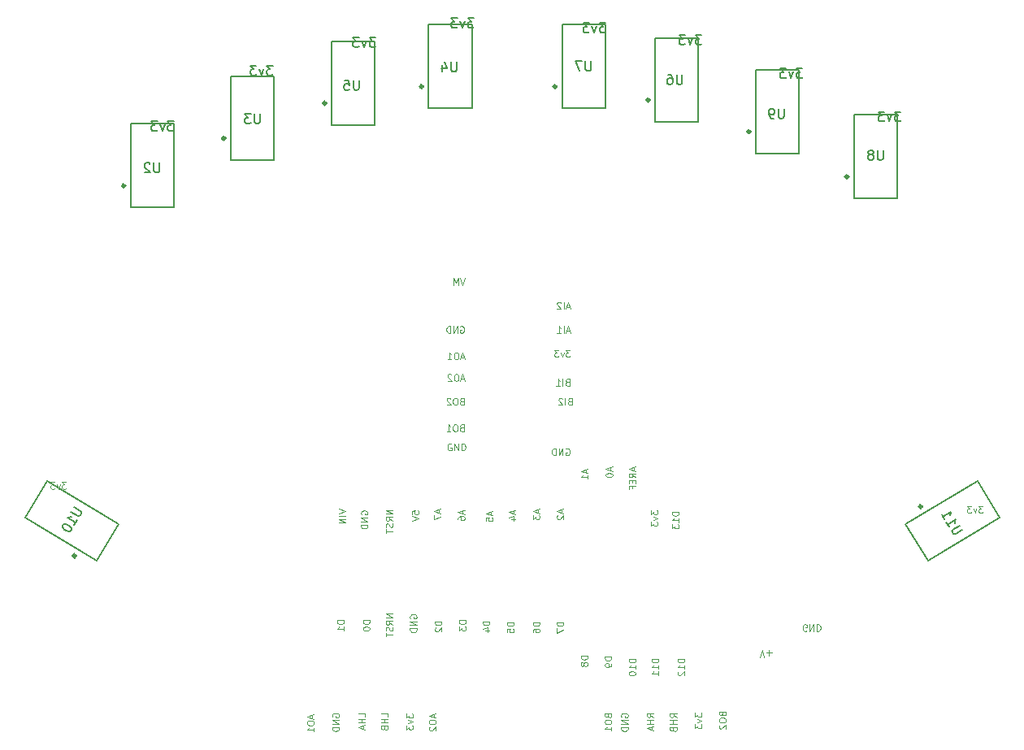
<source format=gbo>
%TF.GenerationSoftware,KiCad,Pcbnew,7.0.1*%
%TF.CreationDate,2023-06-07T19:09:21+09:00*%
%TF.ProjectId,trace,74726163-652e-46b6-9963-61645f706362,rev?*%
%TF.SameCoordinates,Original*%
%TF.FileFunction,Legend,Bot*%
%TF.FilePolarity,Positive*%
%FSLAX46Y46*%
G04 Gerber Fmt 4.6, Leading zero omitted, Abs format (unit mm)*
G04 Created by KiCad (PCBNEW 7.0.1) date 2023-06-07 19:09:21*
%MOMM*%
%LPD*%
G01*
G04 APERTURE LIST*
%ADD10C,0.100000*%
%ADD11C,0.150000*%
%ADD12C,0.127000*%
%ADD13C,0.300000*%
G04 APERTURE END LIST*
D10*
X129014333Y-113366666D02*
X128314333Y-113366666D01*
X128314333Y-113366666D02*
X128314333Y-113533333D01*
X128314333Y-113533333D02*
X128347666Y-113633333D01*
X128347666Y-113633333D02*
X128414333Y-113700000D01*
X128414333Y-113700000D02*
X128481000Y-113733333D01*
X128481000Y-113733333D02*
X128614333Y-113766666D01*
X128614333Y-113766666D02*
X128714333Y-113766666D01*
X128714333Y-113766666D02*
X128847666Y-113733333D01*
X128847666Y-113733333D02*
X128914333Y-113700000D01*
X128914333Y-113700000D02*
X128981000Y-113633333D01*
X128981000Y-113633333D02*
X129014333Y-113533333D01*
X129014333Y-113533333D02*
X129014333Y-113366666D01*
X128314333Y-114000000D02*
X128314333Y-114433333D01*
X128314333Y-114433333D02*
X128581000Y-114200000D01*
X128581000Y-114200000D02*
X128581000Y-114300000D01*
X128581000Y-114300000D02*
X128614333Y-114366666D01*
X128614333Y-114366666D02*
X128647666Y-114400000D01*
X128647666Y-114400000D02*
X128714333Y-114433333D01*
X128714333Y-114433333D02*
X128881000Y-114433333D01*
X128881000Y-114433333D02*
X128947666Y-114400000D01*
X128947666Y-114400000D02*
X128981000Y-114366666D01*
X128981000Y-114366666D02*
X129014333Y-114300000D01*
X129014333Y-114300000D02*
X129014333Y-114100000D01*
X129014333Y-114100000D02*
X128981000Y-114033333D01*
X128981000Y-114033333D02*
X128947666Y-114000000D01*
X139900000Y-85214333D02*
X139466666Y-85214333D01*
X139466666Y-85214333D02*
X139700000Y-85481000D01*
X139700000Y-85481000D02*
X139600000Y-85481000D01*
X139600000Y-85481000D02*
X139533333Y-85514333D01*
X139533333Y-85514333D02*
X139500000Y-85547666D01*
X139500000Y-85547666D02*
X139466666Y-85614333D01*
X139466666Y-85614333D02*
X139466666Y-85781000D01*
X139466666Y-85781000D02*
X139500000Y-85847666D01*
X139500000Y-85847666D02*
X139533333Y-85881000D01*
X139533333Y-85881000D02*
X139600000Y-85914333D01*
X139600000Y-85914333D02*
X139800000Y-85914333D01*
X139800000Y-85914333D02*
X139866666Y-85881000D01*
X139866666Y-85881000D02*
X139900000Y-85847666D01*
X139233333Y-85447666D02*
X139066666Y-85914333D01*
X139066666Y-85914333D02*
X138899999Y-85447666D01*
X138700000Y-85214333D02*
X138266666Y-85214333D01*
X138266666Y-85214333D02*
X138500000Y-85481000D01*
X138500000Y-85481000D02*
X138400000Y-85481000D01*
X138400000Y-85481000D02*
X138333333Y-85514333D01*
X138333333Y-85514333D02*
X138300000Y-85547666D01*
X138300000Y-85547666D02*
X138266666Y-85614333D01*
X138266666Y-85614333D02*
X138266666Y-85781000D01*
X138266666Y-85781000D02*
X138300000Y-85847666D01*
X138300000Y-85847666D02*
X138333333Y-85881000D01*
X138333333Y-85881000D02*
X138400000Y-85914333D01*
X138400000Y-85914333D02*
X138600000Y-85914333D01*
X138600000Y-85914333D02*
X138666666Y-85881000D01*
X138666666Y-85881000D02*
X138700000Y-85847666D01*
X149114333Y-117366666D02*
X148414333Y-117366666D01*
X148414333Y-117366666D02*
X148414333Y-117533333D01*
X148414333Y-117533333D02*
X148447666Y-117633333D01*
X148447666Y-117633333D02*
X148514333Y-117700000D01*
X148514333Y-117700000D02*
X148581000Y-117733333D01*
X148581000Y-117733333D02*
X148714333Y-117766666D01*
X148714333Y-117766666D02*
X148814333Y-117766666D01*
X148814333Y-117766666D02*
X148947666Y-117733333D01*
X148947666Y-117733333D02*
X149014333Y-117700000D01*
X149014333Y-117700000D02*
X149081000Y-117633333D01*
X149081000Y-117633333D02*
X149114333Y-117533333D01*
X149114333Y-117533333D02*
X149114333Y-117366666D01*
X149114333Y-118433333D02*
X149114333Y-118033333D01*
X149114333Y-118233333D02*
X148414333Y-118233333D01*
X148414333Y-118233333D02*
X148514333Y-118166666D01*
X148514333Y-118166666D02*
X148581000Y-118100000D01*
X148581000Y-118100000D02*
X148614333Y-118033333D01*
X149114333Y-119100000D02*
X149114333Y-118700000D01*
X149114333Y-118900000D02*
X148414333Y-118900000D01*
X148414333Y-118900000D02*
X148514333Y-118833333D01*
X148514333Y-118833333D02*
X148581000Y-118766667D01*
X148581000Y-118766667D02*
X148614333Y-118700000D01*
X151014333Y-123466666D02*
X150681000Y-123233333D01*
X151014333Y-123066666D02*
X150314333Y-123066666D01*
X150314333Y-123066666D02*
X150314333Y-123333333D01*
X150314333Y-123333333D02*
X150347666Y-123400000D01*
X150347666Y-123400000D02*
X150381000Y-123433333D01*
X150381000Y-123433333D02*
X150447666Y-123466666D01*
X150447666Y-123466666D02*
X150547666Y-123466666D01*
X150547666Y-123466666D02*
X150614333Y-123433333D01*
X150614333Y-123433333D02*
X150647666Y-123400000D01*
X150647666Y-123400000D02*
X150681000Y-123333333D01*
X150681000Y-123333333D02*
X150681000Y-123066666D01*
X151014333Y-123766666D02*
X150314333Y-123766666D01*
X150647666Y-123766666D02*
X150647666Y-124166666D01*
X151014333Y-124166666D02*
X150314333Y-124166666D01*
X150647666Y-124733333D02*
X150681000Y-124833333D01*
X150681000Y-124833333D02*
X150714333Y-124866666D01*
X150714333Y-124866666D02*
X150781000Y-124899999D01*
X150781000Y-124899999D02*
X150881000Y-124899999D01*
X150881000Y-124899999D02*
X150947666Y-124866666D01*
X150947666Y-124866666D02*
X150981000Y-124833333D01*
X150981000Y-124833333D02*
X151014333Y-124766666D01*
X151014333Y-124766666D02*
X151014333Y-124499999D01*
X151014333Y-124499999D02*
X150314333Y-124499999D01*
X150314333Y-124499999D02*
X150314333Y-124733333D01*
X150314333Y-124733333D02*
X150347666Y-124799999D01*
X150347666Y-124799999D02*
X150381000Y-124833333D01*
X150381000Y-124833333D02*
X150447666Y-124866666D01*
X150447666Y-124866666D02*
X150514333Y-124866666D01*
X150514333Y-124866666D02*
X150581000Y-124833333D01*
X150581000Y-124833333D02*
X150614333Y-124799999D01*
X150614333Y-124799999D02*
X150647666Y-124733333D01*
X150647666Y-124733333D02*
X150647666Y-124499999D01*
X139600000Y-88547666D02*
X139500000Y-88581000D01*
X139500000Y-88581000D02*
X139466666Y-88614333D01*
X139466666Y-88614333D02*
X139433333Y-88681000D01*
X139433333Y-88681000D02*
X139433333Y-88781000D01*
X139433333Y-88781000D02*
X139466666Y-88847666D01*
X139466666Y-88847666D02*
X139500000Y-88881000D01*
X139500000Y-88881000D02*
X139566666Y-88914333D01*
X139566666Y-88914333D02*
X139833333Y-88914333D01*
X139833333Y-88914333D02*
X139833333Y-88214333D01*
X139833333Y-88214333D02*
X139600000Y-88214333D01*
X139600000Y-88214333D02*
X139533333Y-88247666D01*
X139533333Y-88247666D02*
X139500000Y-88281000D01*
X139500000Y-88281000D02*
X139466666Y-88347666D01*
X139466666Y-88347666D02*
X139466666Y-88414333D01*
X139466666Y-88414333D02*
X139500000Y-88481000D01*
X139500000Y-88481000D02*
X139533333Y-88514333D01*
X139533333Y-88514333D02*
X139600000Y-88547666D01*
X139600000Y-88547666D02*
X139833333Y-88547666D01*
X139133333Y-88914333D02*
X139133333Y-88214333D01*
X138433333Y-88914333D02*
X138833333Y-88914333D01*
X138633333Y-88914333D02*
X138633333Y-88214333D01*
X138633333Y-88214333D02*
X138700000Y-88314333D01*
X138700000Y-88314333D02*
X138766667Y-88381000D01*
X138766667Y-88381000D02*
X138833333Y-88414333D01*
D11*
X153607142Y-52377619D02*
X152988095Y-52377619D01*
X152988095Y-52377619D02*
X153321428Y-52758571D01*
X153321428Y-52758571D02*
X153178571Y-52758571D01*
X153178571Y-52758571D02*
X153083333Y-52806190D01*
X153083333Y-52806190D02*
X153035714Y-52853809D01*
X153035714Y-52853809D02*
X152988095Y-52949047D01*
X152988095Y-52949047D02*
X152988095Y-53187142D01*
X152988095Y-53187142D02*
X153035714Y-53282380D01*
X153035714Y-53282380D02*
X153083333Y-53330000D01*
X153083333Y-53330000D02*
X153178571Y-53377619D01*
X153178571Y-53377619D02*
X153464285Y-53377619D01*
X153464285Y-53377619D02*
X153559523Y-53330000D01*
X153559523Y-53330000D02*
X153607142Y-53282380D01*
X152654761Y-52710952D02*
X152416666Y-53377619D01*
X152416666Y-53377619D02*
X152178571Y-52710952D01*
X151892856Y-52377619D02*
X151273809Y-52377619D01*
X151273809Y-52377619D02*
X151607142Y-52758571D01*
X151607142Y-52758571D02*
X151464285Y-52758571D01*
X151464285Y-52758571D02*
X151369047Y-52806190D01*
X151369047Y-52806190D02*
X151321428Y-52853809D01*
X151321428Y-52853809D02*
X151273809Y-52949047D01*
X151273809Y-52949047D02*
X151273809Y-53187142D01*
X151273809Y-53187142D02*
X151321428Y-53282380D01*
X151321428Y-53282380D02*
X151369047Y-53330000D01*
X151369047Y-53330000D02*
X151464285Y-53377619D01*
X151464285Y-53377619D02*
X151749999Y-53377619D01*
X151749999Y-53377619D02*
X151845237Y-53330000D01*
X151845237Y-53330000D02*
X151892856Y-53282380D01*
D10*
X128600000Y-90547666D02*
X128500000Y-90581000D01*
X128500000Y-90581000D02*
X128466666Y-90614333D01*
X128466666Y-90614333D02*
X128433333Y-90681000D01*
X128433333Y-90681000D02*
X128433333Y-90781000D01*
X128433333Y-90781000D02*
X128466666Y-90847666D01*
X128466666Y-90847666D02*
X128500000Y-90881000D01*
X128500000Y-90881000D02*
X128566666Y-90914333D01*
X128566666Y-90914333D02*
X128833333Y-90914333D01*
X128833333Y-90914333D02*
X128833333Y-90214333D01*
X128833333Y-90214333D02*
X128600000Y-90214333D01*
X128600000Y-90214333D02*
X128533333Y-90247666D01*
X128533333Y-90247666D02*
X128500000Y-90281000D01*
X128500000Y-90281000D02*
X128466666Y-90347666D01*
X128466666Y-90347666D02*
X128466666Y-90414333D01*
X128466666Y-90414333D02*
X128500000Y-90481000D01*
X128500000Y-90481000D02*
X128533333Y-90514333D01*
X128533333Y-90514333D02*
X128600000Y-90547666D01*
X128600000Y-90547666D02*
X128833333Y-90547666D01*
X128000000Y-90214333D02*
X127866666Y-90214333D01*
X127866666Y-90214333D02*
X127800000Y-90247666D01*
X127800000Y-90247666D02*
X127733333Y-90314333D01*
X127733333Y-90314333D02*
X127700000Y-90447666D01*
X127700000Y-90447666D02*
X127700000Y-90681000D01*
X127700000Y-90681000D02*
X127733333Y-90814333D01*
X127733333Y-90814333D02*
X127800000Y-90881000D01*
X127800000Y-90881000D02*
X127866666Y-90914333D01*
X127866666Y-90914333D02*
X128000000Y-90914333D01*
X128000000Y-90914333D02*
X128066666Y-90881000D01*
X128066666Y-90881000D02*
X128133333Y-90814333D01*
X128133333Y-90814333D02*
X128166666Y-90681000D01*
X128166666Y-90681000D02*
X128166666Y-90447666D01*
X128166666Y-90447666D02*
X128133333Y-90314333D01*
X128133333Y-90314333D02*
X128066666Y-90247666D01*
X128066666Y-90247666D02*
X128000000Y-90214333D01*
X127433333Y-90281000D02*
X127400000Y-90247666D01*
X127400000Y-90247666D02*
X127333333Y-90214333D01*
X127333333Y-90214333D02*
X127166667Y-90214333D01*
X127166667Y-90214333D02*
X127100000Y-90247666D01*
X127100000Y-90247666D02*
X127066667Y-90281000D01*
X127066667Y-90281000D02*
X127033333Y-90347666D01*
X127033333Y-90347666D02*
X127033333Y-90414333D01*
X127033333Y-90414333D02*
X127066667Y-90514333D01*
X127066667Y-90514333D02*
X127466667Y-90914333D01*
X127466667Y-90914333D02*
X127033333Y-90914333D01*
X143847666Y-123300000D02*
X143881000Y-123400000D01*
X143881000Y-123400000D02*
X143914333Y-123433333D01*
X143914333Y-123433333D02*
X143981000Y-123466666D01*
X143981000Y-123466666D02*
X144081000Y-123466666D01*
X144081000Y-123466666D02*
X144147666Y-123433333D01*
X144147666Y-123433333D02*
X144181000Y-123400000D01*
X144181000Y-123400000D02*
X144214333Y-123333333D01*
X144214333Y-123333333D02*
X144214333Y-123066666D01*
X144214333Y-123066666D02*
X143514333Y-123066666D01*
X143514333Y-123066666D02*
X143514333Y-123300000D01*
X143514333Y-123300000D02*
X143547666Y-123366666D01*
X143547666Y-123366666D02*
X143581000Y-123400000D01*
X143581000Y-123400000D02*
X143647666Y-123433333D01*
X143647666Y-123433333D02*
X143714333Y-123433333D01*
X143714333Y-123433333D02*
X143781000Y-123400000D01*
X143781000Y-123400000D02*
X143814333Y-123366666D01*
X143814333Y-123366666D02*
X143847666Y-123300000D01*
X143847666Y-123300000D02*
X143847666Y-123066666D01*
X143514333Y-123900000D02*
X143514333Y-124033333D01*
X143514333Y-124033333D02*
X143547666Y-124100000D01*
X143547666Y-124100000D02*
X143614333Y-124166666D01*
X143614333Y-124166666D02*
X143747666Y-124200000D01*
X143747666Y-124200000D02*
X143981000Y-124200000D01*
X143981000Y-124200000D02*
X144114333Y-124166666D01*
X144114333Y-124166666D02*
X144181000Y-124100000D01*
X144181000Y-124100000D02*
X144214333Y-124033333D01*
X144214333Y-124033333D02*
X144214333Y-123900000D01*
X144214333Y-123900000D02*
X144181000Y-123833333D01*
X144181000Y-123833333D02*
X144114333Y-123766666D01*
X144114333Y-123766666D02*
X143981000Y-123733333D01*
X143981000Y-123733333D02*
X143747666Y-123733333D01*
X143747666Y-123733333D02*
X143614333Y-123766666D01*
X143614333Y-123766666D02*
X143547666Y-123833333D01*
X143547666Y-123833333D02*
X143514333Y-123900000D01*
X144214333Y-124866666D02*
X144214333Y-124466666D01*
X144214333Y-124666666D02*
X143514333Y-124666666D01*
X143514333Y-124666666D02*
X143614333Y-124599999D01*
X143614333Y-124599999D02*
X143681000Y-124533333D01*
X143681000Y-124533333D02*
X143714333Y-124466666D01*
X139866666Y-83214333D02*
X139533333Y-83214333D01*
X139933333Y-83414333D02*
X139700000Y-82714333D01*
X139700000Y-82714333D02*
X139466666Y-83414333D01*
X139233333Y-83414333D02*
X139233333Y-82714333D01*
X138533333Y-83414333D02*
X138933333Y-83414333D01*
X138733333Y-83414333D02*
X138733333Y-82714333D01*
X138733333Y-82714333D02*
X138800000Y-82814333D01*
X138800000Y-82814333D02*
X138866667Y-82881000D01*
X138866667Y-82881000D02*
X138933333Y-82914333D01*
D11*
X108924642Y-55570119D02*
X108305595Y-55570119D01*
X108305595Y-55570119D02*
X108638928Y-55951071D01*
X108638928Y-55951071D02*
X108496071Y-55951071D01*
X108496071Y-55951071D02*
X108400833Y-55998690D01*
X108400833Y-55998690D02*
X108353214Y-56046309D01*
X108353214Y-56046309D02*
X108305595Y-56141547D01*
X108305595Y-56141547D02*
X108305595Y-56379642D01*
X108305595Y-56379642D02*
X108353214Y-56474880D01*
X108353214Y-56474880D02*
X108400833Y-56522500D01*
X108400833Y-56522500D02*
X108496071Y-56570119D01*
X108496071Y-56570119D02*
X108781785Y-56570119D01*
X108781785Y-56570119D02*
X108877023Y-56522500D01*
X108877023Y-56522500D02*
X108924642Y-56474880D01*
X107972261Y-55903452D02*
X107734166Y-56570119D01*
X107734166Y-56570119D02*
X107496071Y-55903452D01*
X107210356Y-55570119D02*
X106591309Y-55570119D01*
X106591309Y-55570119D02*
X106924642Y-55951071D01*
X106924642Y-55951071D02*
X106781785Y-55951071D01*
X106781785Y-55951071D02*
X106686547Y-55998690D01*
X106686547Y-55998690D02*
X106638928Y-56046309D01*
X106638928Y-56046309D02*
X106591309Y-56141547D01*
X106591309Y-56141547D02*
X106591309Y-56379642D01*
X106591309Y-56379642D02*
X106638928Y-56474880D01*
X106638928Y-56474880D02*
X106686547Y-56522500D01*
X106686547Y-56522500D02*
X106781785Y-56570119D01*
X106781785Y-56570119D02*
X107067499Y-56570119D01*
X107067499Y-56570119D02*
X107162737Y-56522500D01*
X107162737Y-56522500D02*
X107210356Y-56474880D01*
D10*
X148614333Y-123466666D02*
X148281000Y-123233333D01*
X148614333Y-123066666D02*
X147914333Y-123066666D01*
X147914333Y-123066666D02*
X147914333Y-123333333D01*
X147914333Y-123333333D02*
X147947666Y-123400000D01*
X147947666Y-123400000D02*
X147981000Y-123433333D01*
X147981000Y-123433333D02*
X148047666Y-123466666D01*
X148047666Y-123466666D02*
X148147666Y-123466666D01*
X148147666Y-123466666D02*
X148214333Y-123433333D01*
X148214333Y-123433333D02*
X148247666Y-123400000D01*
X148247666Y-123400000D02*
X148281000Y-123333333D01*
X148281000Y-123333333D02*
X148281000Y-123066666D01*
X148614333Y-123766666D02*
X147914333Y-123766666D01*
X148247666Y-123766666D02*
X148247666Y-124166666D01*
X148614333Y-124166666D02*
X147914333Y-124166666D01*
X148414333Y-124466666D02*
X148414333Y-124799999D01*
X148614333Y-124399999D02*
X147914333Y-124633333D01*
X147914333Y-124633333D02*
X148614333Y-124866666D01*
X128714333Y-101933333D02*
X128714333Y-102266666D01*
X128914333Y-101866666D02*
X128214333Y-102100000D01*
X128214333Y-102100000D02*
X128914333Y-102333333D01*
X128214333Y-102866666D02*
X128214333Y-102733333D01*
X128214333Y-102733333D02*
X128247666Y-102666666D01*
X128247666Y-102666666D02*
X128281000Y-102633333D01*
X128281000Y-102633333D02*
X128381000Y-102566666D01*
X128381000Y-102566666D02*
X128514333Y-102533333D01*
X128514333Y-102533333D02*
X128781000Y-102533333D01*
X128781000Y-102533333D02*
X128847666Y-102566666D01*
X128847666Y-102566666D02*
X128881000Y-102600000D01*
X128881000Y-102600000D02*
X128914333Y-102666666D01*
X128914333Y-102666666D02*
X128914333Y-102800000D01*
X128914333Y-102800000D02*
X128881000Y-102866666D01*
X128881000Y-102866666D02*
X128847666Y-102900000D01*
X128847666Y-102900000D02*
X128781000Y-102933333D01*
X128781000Y-102933333D02*
X128614333Y-102933333D01*
X128614333Y-102933333D02*
X128547666Y-102900000D01*
X128547666Y-102900000D02*
X128514333Y-102866666D01*
X128514333Y-102866666D02*
X128481000Y-102800000D01*
X128481000Y-102800000D02*
X128481000Y-102666666D01*
X128481000Y-102666666D02*
X128514333Y-102600000D01*
X128514333Y-102600000D02*
X128547666Y-102566666D01*
X128547666Y-102566666D02*
X128614333Y-102533333D01*
X113014333Y-123233333D02*
X113014333Y-123566666D01*
X113214333Y-123166666D02*
X112514333Y-123400000D01*
X112514333Y-123400000D02*
X113214333Y-123633333D01*
X112514333Y-124000000D02*
X112514333Y-124133333D01*
X112514333Y-124133333D02*
X112547666Y-124200000D01*
X112547666Y-124200000D02*
X112614333Y-124266666D01*
X112614333Y-124266666D02*
X112747666Y-124300000D01*
X112747666Y-124300000D02*
X112981000Y-124300000D01*
X112981000Y-124300000D02*
X113114333Y-124266666D01*
X113114333Y-124266666D02*
X113181000Y-124200000D01*
X113181000Y-124200000D02*
X113214333Y-124133333D01*
X113214333Y-124133333D02*
X113214333Y-124000000D01*
X113214333Y-124000000D02*
X113181000Y-123933333D01*
X113181000Y-123933333D02*
X113114333Y-123866666D01*
X113114333Y-123866666D02*
X112981000Y-123833333D01*
X112981000Y-123833333D02*
X112747666Y-123833333D01*
X112747666Y-123833333D02*
X112614333Y-123866666D01*
X112614333Y-123866666D02*
X112547666Y-123933333D01*
X112547666Y-123933333D02*
X112514333Y-124000000D01*
X113214333Y-124966666D02*
X113214333Y-124566666D01*
X113214333Y-124766666D02*
X112514333Y-124766666D01*
X112514333Y-124766666D02*
X112614333Y-124699999D01*
X112614333Y-124699999D02*
X112681000Y-124633333D01*
X112681000Y-124633333D02*
X112714333Y-124566666D01*
X120914333Y-123400000D02*
X120914333Y-123066666D01*
X120914333Y-123066666D02*
X120214333Y-123066666D01*
X120914333Y-123633333D02*
X120214333Y-123633333D01*
X120547666Y-123633333D02*
X120547666Y-124033333D01*
X120914333Y-124033333D02*
X120214333Y-124033333D01*
X120547666Y-124600000D02*
X120581000Y-124700000D01*
X120581000Y-124700000D02*
X120614333Y-124733333D01*
X120614333Y-124733333D02*
X120681000Y-124766666D01*
X120681000Y-124766666D02*
X120781000Y-124766666D01*
X120781000Y-124766666D02*
X120847666Y-124733333D01*
X120847666Y-124733333D02*
X120881000Y-124700000D01*
X120881000Y-124700000D02*
X120914333Y-124633333D01*
X120914333Y-124633333D02*
X120914333Y-124366666D01*
X120914333Y-124366666D02*
X120214333Y-124366666D01*
X120214333Y-124366666D02*
X120214333Y-124600000D01*
X120214333Y-124600000D02*
X120247666Y-124666666D01*
X120247666Y-124666666D02*
X120281000Y-124700000D01*
X120281000Y-124700000D02*
X120347666Y-124733333D01*
X120347666Y-124733333D02*
X120414333Y-124733333D01*
X120414333Y-124733333D02*
X120481000Y-124700000D01*
X120481000Y-124700000D02*
X120514333Y-124666666D01*
X120514333Y-124666666D02*
X120547666Y-124600000D01*
X120547666Y-124600000D02*
X120547666Y-124366666D01*
X134014333Y-113566666D02*
X133314333Y-113566666D01*
X133314333Y-113566666D02*
X133314333Y-113733333D01*
X133314333Y-113733333D02*
X133347666Y-113833333D01*
X133347666Y-113833333D02*
X133414333Y-113900000D01*
X133414333Y-113900000D02*
X133481000Y-113933333D01*
X133481000Y-113933333D02*
X133614333Y-113966666D01*
X133614333Y-113966666D02*
X133714333Y-113966666D01*
X133714333Y-113966666D02*
X133847666Y-113933333D01*
X133847666Y-113933333D02*
X133914333Y-113900000D01*
X133914333Y-113900000D02*
X133981000Y-113833333D01*
X133981000Y-113833333D02*
X134014333Y-113733333D01*
X134014333Y-113733333D02*
X134014333Y-113566666D01*
X133314333Y-114600000D02*
X133314333Y-114266666D01*
X133314333Y-114266666D02*
X133647666Y-114233333D01*
X133647666Y-114233333D02*
X133614333Y-114266666D01*
X133614333Y-114266666D02*
X133581000Y-114333333D01*
X133581000Y-114333333D02*
X133581000Y-114500000D01*
X133581000Y-114500000D02*
X133614333Y-114566666D01*
X133614333Y-114566666D02*
X133647666Y-114600000D01*
X133647666Y-114600000D02*
X133714333Y-114633333D01*
X133714333Y-114633333D02*
X133881000Y-114633333D01*
X133881000Y-114633333D02*
X133947666Y-114600000D01*
X133947666Y-114600000D02*
X133981000Y-114566666D01*
X133981000Y-114566666D02*
X134014333Y-114500000D01*
X134014333Y-114500000D02*
X134014333Y-114333333D01*
X134014333Y-114333333D02*
X133981000Y-114266666D01*
X133981000Y-114266666D02*
X133947666Y-114233333D01*
X118147666Y-102333333D02*
X118114333Y-102266666D01*
X118114333Y-102266666D02*
X118114333Y-102166666D01*
X118114333Y-102166666D02*
X118147666Y-102066666D01*
X118147666Y-102066666D02*
X118214333Y-102000000D01*
X118214333Y-102000000D02*
X118281000Y-101966666D01*
X118281000Y-101966666D02*
X118414333Y-101933333D01*
X118414333Y-101933333D02*
X118514333Y-101933333D01*
X118514333Y-101933333D02*
X118647666Y-101966666D01*
X118647666Y-101966666D02*
X118714333Y-102000000D01*
X118714333Y-102000000D02*
X118781000Y-102066666D01*
X118781000Y-102066666D02*
X118814333Y-102166666D01*
X118814333Y-102166666D02*
X118814333Y-102233333D01*
X118814333Y-102233333D02*
X118781000Y-102333333D01*
X118781000Y-102333333D02*
X118747666Y-102366666D01*
X118747666Y-102366666D02*
X118514333Y-102366666D01*
X118514333Y-102366666D02*
X118514333Y-102233333D01*
X118814333Y-102666666D02*
X118114333Y-102666666D01*
X118114333Y-102666666D02*
X118814333Y-103066666D01*
X118814333Y-103066666D02*
X118114333Y-103066666D01*
X118814333Y-103399999D02*
X118114333Y-103399999D01*
X118114333Y-103399999D02*
X118114333Y-103566666D01*
X118114333Y-103566666D02*
X118147666Y-103666666D01*
X118147666Y-103666666D02*
X118214333Y-103733333D01*
X118214333Y-103733333D02*
X118281000Y-103766666D01*
X118281000Y-103766666D02*
X118414333Y-103799999D01*
X118414333Y-103799999D02*
X118514333Y-103799999D01*
X118514333Y-103799999D02*
X118647666Y-103766666D01*
X118647666Y-103766666D02*
X118714333Y-103733333D01*
X118714333Y-103733333D02*
X118781000Y-103666666D01*
X118781000Y-103666666D02*
X118814333Y-103566666D01*
X118814333Y-103566666D02*
X118814333Y-103399999D01*
X128466666Y-82747666D02*
X128533333Y-82714333D01*
X128533333Y-82714333D02*
X128633333Y-82714333D01*
X128633333Y-82714333D02*
X128733333Y-82747666D01*
X128733333Y-82747666D02*
X128800000Y-82814333D01*
X128800000Y-82814333D02*
X128833333Y-82881000D01*
X128833333Y-82881000D02*
X128866666Y-83014333D01*
X128866666Y-83014333D02*
X128866666Y-83114333D01*
X128866666Y-83114333D02*
X128833333Y-83247666D01*
X128833333Y-83247666D02*
X128800000Y-83314333D01*
X128800000Y-83314333D02*
X128733333Y-83381000D01*
X128733333Y-83381000D02*
X128633333Y-83414333D01*
X128633333Y-83414333D02*
X128566666Y-83414333D01*
X128566666Y-83414333D02*
X128466666Y-83381000D01*
X128466666Y-83381000D02*
X128433333Y-83347666D01*
X128433333Y-83347666D02*
X128433333Y-83114333D01*
X128433333Y-83114333D02*
X128566666Y-83114333D01*
X128133333Y-83414333D02*
X128133333Y-82714333D01*
X128133333Y-82714333D02*
X127733333Y-83414333D01*
X127733333Y-83414333D02*
X127733333Y-82714333D01*
X127400000Y-83414333D02*
X127400000Y-82714333D01*
X127400000Y-82714333D02*
X127233333Y-82714333D01*
X127233333Y-82714333D02*
X127133333Y-82747666D01*
X127133333Y-82747666D02*
X127066667Y-82814333D01*
X127066667Y-82814333D02*
X127033333Y-82881000D01*
X127033333Y-82881000D02*
X127000000Y-83014333D01*
X127000000Y-83014333D02*
X127000000Y-83114333D01*
X127000000Y-83114333D02*
X127033333Y-83247666D01*
X127033333Y-83247666D02*
X127066667Y-83314333D01*
X127066667Y-83314333D02*
X127133333Y-83381000D01*
X127133333Y-83381000D02*
X127233333Y-83414333D01*
X127233333Y-83414333D02*
X127400000Y-83414333D01*
X141714333Y-117066666D02*
X141014333Y-117066666D01*
X141014333Y-117066666D02*
X141014333Y-117233333D01*
X141014333Y-117233333D02*
X141047666Y-117333333D01*
X141047666Y-117333333D02*
X141114333Y-117400000D01*
X141114333Y-117400000D02*
X141181000Y-117433333D01*
X141181000Y-117433333D02*
X141314333Y-117466666D01*
X141314333Y-117466666D02*
X141414333Y-117466666D01*
X141414333Y-117466666D02*
X141547666Y-117433333D01*
X141547666Y-117433333D02*
X141614333Y-117400000D01*
X141614333Y-117400000D02*
X141681000Y-117333333D01*
X141681000Y-117333333D02*
X141714333Y-117233333D01*
X141714333Y-117233333D02*
X141714333Y-117066666D01*
X141314333Y-117866666D02*
X141281000Y-117800000D01*
X141281000Y-117800000D02*
X141247666Y-117766666D01*
X141247666Y-117766666D02*
X141181000Y-117733333D01*
X141181000Y-117733333D02*
X141147666Y-117733333D01*
X141147666Y-117733333D02*
X141081000Y-117766666D01*
X141081000Y-117766666D02*
X141047666Y-117800000D01*
X141047666Y-117800000D02*
X141014333Y-117866666D01*
X141014333Y-117866666D02*
X141014333Y-118000000D01*
X141014333Y-118000000D02*
X141047666Y-118066666D01*
X141047666Y-118066666D02*
X141081000Y-118100000D01*
X141081000Y-118100000D02*
X141147666Y-118133333D01*
X141147666Y-118133333D02*
X141181000Y-118133333D01*
X141181000Y-118133333D02*
X141247666Y-118100000D01*
X141247666Y-118100000D02*
X141281000Y-118066666D01*
X141281000Y-118066666D02*
X141314333Y-118000000D01*
X141314333Y-118000000D02*
X141314333Y-117866666D01*
X141314333Y-117866666D02*
X141347666Y-117800000D01*
X141347666Y-117800000D02*
X141381000Y-117766666D01*
X141381000Y-117766666D02*
X141447666Y-117733333D01*
X141447666Y-117733333D02*
X141581000Y-117733333D01*
X141581000Y-117733333D02*
X141647666Y-117766666D01*
X141647666Y-117766666D02*
X141681000Y-117800000D01*
X141681000Y-117800000D02*
X141714333Y-117866666D01*
X141714333Y-117866666D02*
X141714333Y-118000000D01*
X141714333Y-118000000D02*
X141681000Y-118066666D01*
X141681000Y-118066666D02*
X141647666Y-118100000D01*
X141647666Y-118100000D02*
X141581000Y-118133333D01*
X141581000Y-118133333D02*
X141447666Y-118133333D01*
X141447666Y-118133333D02*
X141381000Y-118100000D01*
X141381000Y-118100000D02*
X141347666Y-118066666D01*
X141347666Y-118066666D02*
X141314333Y-118000000D01*
X115814333Y-101766666D02*
X116514333Y-102000000D01*
X116514333Y-102000000D02*
X115814333Y-102233333D01*
X116514333Y-102466666D02*
X115814333Y-102466666D01*
X116514333Y-102799999D02*
X115814333Y-102799999D01*
X115814333Y-102799999D02*
X116514333Y-103199999D01*
X116514333Y-103199999D02*
X115814333Y-103199999D01*
X164533333Y-114452333D02*
X164466666Y-114485666D01*
X164466666Y-114485666D02*
X164366666Y-114485666D01*
X164366666Y-114485666D02*
X164266666Y-114452333D01*
X164266666Y-114452333D02*
X164200000Y-114385666D01*
X164200000Y-114385666D02*
X164166666Y-114319000D01*
X164166666Y-114319000D02*
X164133333Y-114185666D01*
X164133333Y-114185666D02*
X164133333Y-114085666D01*
X164133333Y-114085666D02*
X164166666Y-113952333D01*
X164166666Y-113952333D02*
X164200000Y-113885666D01*
X164200000Y-113885666D02*
X164266666Y-113819000D01*
X164266666Y-113819000D02*
X164366666Y-113785666D01*
X164366666Y-113785666D02*
X164433333Y-113785666D01*
X164433333Y-113785666D02*
X164533333Y-113819000D01*
X164533333Y-113819000D02*
X164566666Y-113852333D01*
X164566666Y-113852333D02*
X164566666Y-114085666D01*
X164566666Y-114085666D02*
X164433333Y-114085666D01*
X164866666Y-113785666D02*
X164866666Y-114485666D01*
X164866666Y-114485666D02*
X165266666Y-113785666D01*
X165266666Y-113785666D02*
X165266666Y-114485666D01*
X165599999Y-113785666D02*
X165599999Y-114485666D01*
X165599999Y-114485666D02*
X165766666Y-114485666D01*
X165766666Y-114485666D02*
X165866666Y-114452333D01*
X165866666Y-114452333D02*
X165933333Y-114385666D01*
X165933333Y-114385666D02*
X165966666Y-114319000D01*
X165966666Y-114319000D02*
X165999999Y-114185666D01*
X165999999Y-114185666D02*
X165999999Y-114085666D01*
X165999999Y-114085666D02*
X165966666Y-113952333D01*
X165966666Y-113952333D02*
X165933333Y-113885666D01*
X165933333Y-113885666D02*
X165866666Y-113819000D01*
X165866666Y-113819000D02*
X165766666Y-113785666D01*
X165766666Y-113785666D02*
X165599999Y-113785666D01*
X151214333Y-102066666D02*
X150514333Y-102066666D01*
X150514333Y-102066666D02*
X150514333Y-102233333D01*
X150514333Y-102233333D02*
X150547666Y-102333333D01*
X150547666Y-102333333D02*
X150614333Y-102400000D01*
X150614333Y-102400000D02*
X150681000Y-102433333D01*
X150681000Y-102433333D02*
X150814333Y-102466666D01*
X150814333Y-102466666D02*
X150914333Y-102466666D01*
X150914333Y-102466666D02*
X151047666Y-102433333D01*
X151047666Y-102433333D02*
X151114333Y-102400000D01*
X151114333Y-102400000D02*
X151181000Y-102333333D01*
X151181000Y-102333333D02*
X151214333Y-102233333D01*
X151214333Y-102233333D02*
X151214333Y-102066666D01*
X151214333Y-103133333D02*
X151214333Y-102733333D01*
X151214333Y-102933333D02*
X150514333Y-102933333D01*
X150514333Y-102933333D02*
X150614333Y-102866666D01*
X150614333Y-102866666D02*
X150681000Y-102800000D01*
X150681000Y-102800000D02*
X150714333Y-102733333D01*
X150514333Y-103366667D02*
X150514333Y-103800000D01*
X150514333Y-103800000D02*
X150781000Y-103566667D01*
X150781000Y-103566667D02*
X150781000Y-103666667D01*
X150781000Y-103666667D02*
X150814333Y-103733333D01*
X150814333Y-103733333D02*
X150847666Y-103766667D01*
X150847666Y-103766667D02*
X150914333Y-103800000D01*
X150914333Y-103800000D02*
X151081000Y-103800000D01*
X151081000Y-103800000D02*
X151147666Y-103766667D01*
X151147666Y-103766667D02*
X151181000Y-103733333D01*
X151181000Y-103733333D02*
X151214333Y-103666667D01*
X151214333Y-103666667D02*
X151214333Y-103466667D01*
X151214333Y-103466667D02*
X151181000Y-103400000D01*
X151181000Y-103400000D02*
X151147666Y-103366667D01*
X118514333Y-123400000D02*
X118514333Y-123066666D01*
X118514333Y-123066666D02*
X117814333Y-123066666D01*
X118514333Y-123633333D02*
X117814333Y-123633333D01*
X118147666Y-123633333D02*
X118147666Y-124033333D01*
X118514333Y-124033333D02*
X117814333Y-124033333D01*
X118314333Y-124333333D02*
X118314333Y-124666666D01*
X118514333Y-124266666D02*
X117814333Y-124500000D01*
X117814333Y-124500000D02*
X118514333Y-124733333D01*
D11*
X98607142Y-61377619D02*
X97988095Y-61377619D01*
X97988095Y-61377619D02*
X98321428Y-61758571D01*
X98321428Y-61758571D02*
X98178571Y-61758571D01*
X98178571Y-61758571D02*
X98083333Y-61806190D01*
X98083333Y-61806190D02*
X98035714Y-61853809D01*
X98035714Y-61853809D02*
X97988095Y-61949047D01*
X97988095Y-61949047D02*
X97988095Y-62187142D01*
X97988095Y-62187142D02*
X98035714Y-62282380D01*
X98035714Y-62282380D02*
X98083333Y-62330000D01*
X98083333Y-62330000D02*
X98178571Y-62377619D01*
X98178571Y-62377619D02*
X98464285Y-62377619D01*
X98464285Y-62377619D02*
X98559523Y-62330000D01*
X98559523Y-62330000D02*
X98607142Y-62282380D01*
X97654761Y-61710952D02*
X97416666Y-62377619D01*
X97416666Y-62377619D02*
X97178571Y-61710952D01*
X96892856Y-61377619D02*
X96273809Y-61377619D01*
X96273809Y-61377619D02*
X96607142Y-61758571D01*
X96607142Y-61758571D02*
X96464285Y-61758571D01*
X96464285Y-61758571D02*
X96369047Y-61806190D01*
X96369047Y-61806190D02*
X96321428Y-61853809D01*
X96321428Y-61853809D02*
X96273809Y-61949047D01*
X96273809Y-61949047D02*
X96273809Y-62187142D01*
X96273809Y-62187142D02*
X96321428Y-62282380D01*
X96321428Y-62282380D02*
X96369047Y-62330000D01*
X96369047Y-62330000D02*
X96464285Y-62377619D01*
X96464285Y-62377619D02*
X96749999Y-62377619D01*
X96749999Y-62377619D02*
X96845237Y-62330000D01*
X96845237Y-62330000D02*
X96892856Y-62282380D01*
D10*
X159666666Y-117185666D02*
X159900000Y-116485666D01*
X159900000Y-116485666D02*
X160133333Y-117185666D01*
X160366666Y-116752333D02*
X160900000Y-116752333D01*
X160633333Y-116485666D02*
X160633333Y-117019000D01*
X123247666Y-113133333D02*
X123214333Y-113066666D01*
X123214333Y-113066666D02*
X123214333Y-112966666D01*
X123214333Y-112966666D02*
X123247666Y-112866666D01*
X123247666Y-112866666D02*
X123314333Y-112800000D01*
X123314333Y-112800000D02*
X123381000Y-112766666D01*
X123381000Y-112766666D02*
X123514333Y-112733333D01*
X123514333Y-112733333D02*
X123614333Y-112733333D01*
X123614333Y-112733333D02*
X123747666Y-112766666D01*
X123747666Y-112766666D02*
X123814333Y-112800000D01*
X123814333Y-112800000D02*
X123881000Y-112866666D01*
X123881000Y-112866666D02*
X123914333Y-112966666D01*
X123914333Y-112966666D02*
X123914333Y-113033333D01*
X123914333Y-113033333D02*
X123881000Y-113133333D01*
X123881000Y-113133333D02*
X123847666Y-113166666D01*
X123847666Y-113166666D02*
X123614333Y-113166666D01*
X123614333Y-113166666D02*
X123614333Y-113033333D01*
X123914333Y-113466666D02*
X123214333Y-113466666D01*
X123214333Y-113466666D02*
X123914333Y-113866666D01*
X123914333Y-113866666D02*
X123214333Y-113866666D01*
X123914333Y-114199999D02*
X123214333Y-114199999D01*
X123214333Y-114199999D02*
X123214333Y-114366666D01*
X123214333Y-114366666D02*
X123247666Y-114466666D01*
X123247666Y-114466666D02*
X123314333Y-114533333D01*
X123314333Y-114533333D02*
X123381000Y-114566666D01*
X123381000Y-114566666D02*
X123514333Y-114599999D01*
X123514333Y-114599999D02*
X123614333Y-114599999D01*
X123614333Y-114599999D02*
X123747666Y-114566666D01*
X123747666Y-114566666D02*
X123814333Y-114533333D01*
X123814333Y-114533333D02*
X123881000Y-114466666D01*
X123881000Y-114466666D02*
X123914333Y-114366666D01*
X123914333Y-114366666D02*
X123914333Y-114199999D01*
X139466666Y-95497666D02*
X139533333Y-95464333D01*
X139533333Y-95464333D02*
X139633333Y-95464333D01*
X139633333Y-95464333D02*
X139733333Y-95497666D01*
X139733333Y-95497666D02*
X139800000Y-95564333D01*
X139800000Y-95564333D02*
X139833333Y-95631000D01*
X139833333Y-95631000D02*
X139866666Y-95764333D01*
X139866666Y-95764333D02*
X139866666Y-95864333D01*
X139866666Y-95864333D02*
X139833333Y-95997666D01*
X139833333Y-95997666D02*
X139800000Y-96064333D01*
X139800000Y-96064333D02*
X139733333Y-96131000D01*
X139733333Y-96131000D02*
X139633333Y-96164333D01*
X139633333Y-96164333D02*
X139566666Y-96164333D01*
X139566666Y-96164333D02*
X139466666Y-96131000D01*
X139466666Y-96131000D02*
X139433333Y-96097666D01*
X139433333Y-96097666D02*
X139433333Y-95864333D01*
X139433333Y-95864333D02*
X139566666Y-95864333D01*
X139133333Y-96164333D02*
X139133333Y-95464333D01*
X139133333Y-95464333D02*
X138733333Y-96164333D01*
X138733333Y-96164333D02*
X138733333Y-95464333D01*
X138400000Y-96164333D02*
X138400000Y-95464333D01*
X138400000Y-95464333D02*
X138233333Y-95464333D01*
X138233333Y-95464333D02*
X138133333Y-95497666D01*
X138133333Y-95497666D02*
X138066667Y-95564333D01*
X138066667Y-95564333D02*
X138033333Y-95631000D01*
X138033333Y-95631000D02*
X138000000Y-95764333D01*
X138000000Y-95764333D02*
X138000000Y-95864333D01*
X138000000Y-95864333D02*
X138033333Y-95997666D01*
X138033333Y-95997666D02*
X138066667Y-96064333D01*
X138066667Y-96064333D02*
X138133333Y-96131000D01*
X138133333Y-96131000D02*
X138233333Y-96164333D01*
X138233333Y-96164333D02*
X138400000Y-96164333D01*
D11*
X164107142Y-55877619D02*
X163488095Y-55877619D01*
X163488095Y-55877619D02*
X163821428Y-56258571D01*
X163821428Y-56258571D02*
X163678571Y-56258571D01*
X163678571Y-56258571D02*
X163583333Y-56306190D01*
X163583333Y-56306190D02*
X163535714Y-56353809D01*
X163535714Y-56353809D02*
X163488095Y-56449047D01*
X163488095Y-56449047D02*
X163488095Y-56687142D01*
X163488095Y-56687142D02*
X163535714Y-56782380D01*
X163535714Y-56782380D02*
X163583333Y-56830000D01*
X163583333Y-56830000D02*
X163678571Y-56877619D01*
X163678571Y-56877619D02*
X163964285Y-56877619D01*
X163964285Y-56877619D02*
X164059523Y-56830000D01*
X164059523Y-56830000D02*
X164107142Y-56782380D01*
X163154761Y-56210952D02*
X162916666Y-56877619D01*
X162916666Y-56877619D02*
X162678571Y-56210952D01*
X162392856Y-55877619D02*
X161773809Y-55877619D01*
X161773809Y-55877619D02*
X162107142Y-56258571D01*
X162107142Y-56258571D02*
X161964285Y-56258571D01*
X161964285Y-56258571D02*
X161869047Y-56306190D01*
X161869047Y-56306190D02*
X161821428Y-56353809D01*
X161821428Y-56353809D02*
X161773809Y-56449047D01*
X161773809Y-56449047D02*
X161773809Y-56687142D01*
X161773809Y-56687142D02*
X161821428Y-56782380D01*
X161821428Y-56782380D02*
X161869047Y-56830000D01*
X161869047Y-56830000D02*
X161964285Y-56877619D01*
X161964285Y-56877619D02*
X162249999Y-56877619D01*
X162249999Y-56877619D02*
X162345237Y-56830000D01*
X162345237Y-56830000D02*
X162392856Y-56782380D01*
D10*
X128933333Y-77714333D02*
X128700000Y-78414333D01*
X128700000Y-78414333D02*
X128466666Y-77714333D01*
X128233333Y-78414333D02*
X128233333Y-77714333D01*
X128233333Y-77714333D02*
X128000000Y-78214333D01*
X128000000Y-78214333D02*
X127766666Y-77714333D01*
X127766666Y-77714333D02*
X127766666Y-78414333D01*
X139014333Y-101833333D02*
X139014333Y-102166666D01*
X139214333Y-101766666D02*
X138514333Y-102000000D01*
X138514333Y-102000000D02*
X139214333Y-102233333D01*
X138581000Y-102433333D02*
X138547666Y-102466666D01*
X138547666Y-102466666D02*
X138514333Y-102533333D01*
X138514333Y-102533333D02*
X138514333Y-102700000D01*
X138514333Y-102700000D02*
X138547666Y-102766666D01*
X138547666Y-102766666D02*
X138581000Y-102800000D01*
X138581000Y-102800000D02*
X138647666Y-102833333D01*
X138647666Y-102833333D02*
X138714333Y-102833333D01*
X138714333Y-102833333D02*
X138814333Y-102800000D01*
X138814333Y-102800000D02*
X139214333Y-102400000D01*
X139214333Y-102400000D02*
X139214333Y-102833333D01*
X122814333Y-123100000D02*
X122814333Y-123533333D01*
X122814333Y-123533333D02*
X123081000Y-123300000D01*
X123081000Y-123300000D02*
X123081000Y-123400000D01*
X123081000Y-123400000D02*
X123114333Y-123466666D01*
X123114333Y-123466666D02*
X123147666Y-123500000D01*
X123147666Y-123500000D02*
X123214333Y-123533333D01*
X123214333Y-123533333D02*
X123381000Y-123533333D01*
X123381000Y-123533333D02*
X123447666Y-123500000D01*
X123447666Y-123500000D02*
X123481000Y-123466666D01*
X123481000Y-123466666D02*
X123514333Y-123400000D01*
X123514333Y-123400000D02*
X123514333Y-123200000D01*
X123514333Y-123200000D02*
X123481000Y-123133333D01*
X123481000Y-123133333D02*
X123447666Y-123100000D01*
X123047666Y-123766667D02*
X123514333Y-123933333D01*
X123514333Y-123933333D02*
X123047666Y-124100000D01*
X122814333Y-124300000D02*
X122814333Y-124733333D01*
X122814333Y-124733333D02*
X123081000Y-124500000D01*
X123081000Y-124500000D02*
X123081000Y-124600000D01*
X123081000Y-124600000D02*
X123114333Y-124666666D01*
X123114333Y-124666666D02*
X123147666Y-124700000D01*
X123147666Y-124700000D02*
X123214333Y-124733333D01*
X123214333Y-124733333D02*
X123381000Y-124733333D01*
X123381000Y-124733333D02*
X123447666Y-124700000D01*
X123447666Y-124700000D02*
X123481000Y-124666666D01*
X123481000Y-124666666D02*
X123514333Y-124600000D01*
X123514333Y-124600000D02*
X123514333Y-124400000D01*
X123514333Y-124400000D02*
X123481000Y-124333333D01*
X123481000Y-124333333D02*
X123447666Y-124300000D01*
X115147666Y-123433333D02*
X115114333Y-123366666D01*
X115114333Y-123366666D02*
X115114333Y-123266666D01*
X115114333Y-123266666D02*
X115147666Y-123166666D01*
X115147666Y-123166666D02*
X115214333Y-123100000D01*
X115214333Y-123100000D02*
X115281000Y-123066666D01*
X115281000Y-123066666D02*
X115414333Y-123033333D01*
X115414333Y-123033333D02*
X115514333Y-123033333D01*
X115514333Y-123033333D02*
X115647666Y-123066666D01*
X115647666Y-123066666D02*
X115714333Y-123100000D01*
X115714333Y-123100000D02*
X115781000Y-123166666D01*
X115781000Y-123166666D02*
X115814333Y-123266666D01*
X115814333Y-123266666D02*
X115814333Y-123333333D01*
X115814333Y-123333333D02*
X115781000Y-123433333D01*
X115781000Y-123433333D02*
X115747666Y-123466666D01*
X115747666Y-123466666D02*
X115514333Y-123466666D01*
X115514333Y-123466666D02*
X115514333Y-123333333D01*
X115814333Y-123766666D02*
X115114333Y-123766666D01*
X115114333Y-123766666D02*
X115814333Y-124166666D01*
X115814333Y-124166666D02*
X115114333Y-124166666D01*
X115814333Y-124499999D02*
X115114333Y-124499999D01*
X115114333Y-124499999D02*
X115114333Y-124666666D01*
X115114333Y-124666666D02*
X115147666Y-124766666D01*
X115147666Y-124766666D02*
X115214333Y-124833333D01*
X115214333Y-124833333D02*
X115281000Y-124866666D01*
X115281000Y-124866666D02*
X115414333Y-124899999D01*
X115414333Y-124899999D02*
X115514333Y-124899999D01*
X115514333Y-124899999D02*
X115647666Y-124866666D01*
X115647666Y-124866666D02*
X115714333Y-124833333D01*
X115714333Y-124833333D02*
X115781000Y-124766666D01*
X115781000Y-124766666D02*
X115814333Y-124666666D01*
X115814333Y-124666666D02*
X115814333Y-124499999D01*
X131514333Y-113466666D02*
X130814333Y-113466666D01*
X130814333Y-113466666D02*
X130814333Y-113633333D01*
X130814333Y-113633333D02*
X130847666Y-113733333D01*
X130847666Y-113733333D02*
X130914333Y-113800000D01*
X130914333Y-113800000D02*
X130981000Y-113833333D01*
X130981000Y-113833333D02*
X131114333Y-113866666D01*
X131114333Y-113866666D02*
X131214333Y-113866666D01*
X131214333Y-113866666D02*
X131347666Y-113833333D01*
X131347666Y-113833333D02*
X131414333Y-113800000D01*
X131414333Y-113800000D02*
X131481000Y-113733333D01*
X131481000Y-113733333D02*
X131514333Y-113633333D01*
X131514333Y-113633333D02*
X131514333Y-113466666D01*
X131047666Y-114466666D02*
X131514333Y-114466666D01*
X130781000Y-114300000D02*
X131281000Y-114133333D01*
X131281000Y-114133333D02*
X131281000Y-114566666D01*
X139850000Y-90547666D02*
X139750000Y-90581000D01*
X139750000Y-90581000D02*
X139716666Y-90614333D01*
X139716666Y-90614333D02*
X139683333Y-90681000D01*
X139683333Y-90681000D02*
X139683333Y-90781000D01*
X139683333Y-90781000D02*
X139716666Y-90847666D01*
X139716666Y-90847666D02*
X139750000Y-90881000D01*
X139750000Y-90881000D02*
X139816666Y-90914333D01*
X139816666Y-90914333D02*
X140083333Y-90914333D01*
X140083333Y-90914333D02*
X140083333Y-90214333D01*
X140083333Y-90214333D02*
X139850000Y-90214333D01*
X139850000Y-90214333D02*
X139783333Y-90247666D01*
X139783333Y-90247666D02*
X139750000Y-90281000D01*
X139750000Y-90281000D02*
X139716666Y-90347666D01*
X139716666Y-90347666D02*
X139716666Y-90414333D01*
X139716666Y-90414333D02*
X139750000Y-90481000D01*
X139750000Y-90481000D02*
X139783333Y-90514333D01*
X139783333Y-90514333D02*
X139850000Y-90547666D01*
X139850000Y-90547666D02*
X140083333Y-90547666D01*
X139383333Y-90914333D02*
X139383333Y-90214333D01*
X139083333Y-90281000D02*
X139050000Y-90247666D01*
X139050000Y-90247666D02*
X138983333Y-90214333D01*
X138983333Y-90214333D02*
X138816667Y-90214333D01*
X138816667Y-90214333D02*
X138750000Y-90247666D01*
X138750000Y-90247666D02*
X138716667Y-90281000D01*
X138716667Y-90281000D02*
X138683333Y-90347666D01*
X138683333Y-90347666D02*
X138683333Y-90414333D01*
X138683333Y-90414333D02*
X138716667Y-90514333D01*
X138716667Y-90514333D02*
X139116667Y-90914333D01*
X139116667Y-90914333D02*
X138683333Y-90914333D01*
X128600000Y-93297666D02*
X128500000Y-93331000D01*
X128500000Y-93331000D02*
X128466666Y-93364333D01*
X128466666Y-93364333D02*
X128433333Y-93431000D01*
X128433333Y-93431000D02*
X128433333Y-93531000D01*
X128433333Y-93531000D02*
X128466666Y-93597666D01*
X128466666Y-93597666D02*
X128500000Y-93631000D01*
X128500000Y-93631000D02*
X128566666Y-93664333D01*
X128566666Y-93664333D02*
X128833333Y-93664333D01*
X128833333Y-93664333D02*
X128833333Y-92964333D01*
X128833333Y-92964333D02*
X128600000Y-92964333D01*
X128600000Y-92964333D02*
X128533333Y-92997666D01*
X128533333Y-92997666D02*
X128500000Y-93031000D01*
X128500000Y-93031000D02*
X128466666Y-93097666D01*
X128466666Y-93097666D02*
X128466666Y-93164333D01*
X128466666Y-93164333D02*
X128500000Y-93231000D01*
X128500000Y-93231000D02*
X128533333Y-93264333D01*
X128533333Y-93264333D02*
X128600000Y-93297666D01*
X128600000Y-93297666D02*
X128833333Y-93297666D01*
X128000000Y-92964333D02*
X127866666Y-92964333D01*
X127866666Y-92964333D02*
X127800000Y-92997666D01*
X127800000Y-92997666D02*
X127733333Y-93064333D01*
X127733333Y-93064333D02*
X127700000Y-93197666D01*
X127700000Y-93197666D02*
X127700000Y-93431000D01*
X127700000Y-93431000D02*
X127733333Y-93564333D01*
X127733333Y-93564333D02*
X127800000Y-93631000D01*
X127800000Y-93631000D02*
X127866666Y-93664333D01*
X127866666Y-93664333D02*
X128000000Y-93664333D01*
X128000000Y-93664333D02*
X128066666Y-93631000D01*
X128066666Y-93631000D02*
X128133333Y-93564333D01*
X128133333Y-93564333D02*
X128166666Y-93431000D01*
X128166666Y-93431000D02*
X128166666Y-93197666D01*
X128166666Y-93197666D02*
X128133333Y-93064333D01*
X128133333Y-93064333D02*
X128066666Y-92997666D01*
X128066666Y-92997666D02*
X128000000Y-92964333D01*
X127033333Y-93664333D02*
X127433333Y-93664333D01*
X127233333Y-93664333D02*
X127233333Y-92964333D01*
X127233333Y-92964333D02*
X127300000Y-93064333D01*
X127300000Y-93064333D02*
X127366667Y-93131000D01*
X127366667Y-93131000D02*
X127433333Y-93164333D01*
X119014333Y-113366666D02*
X118314333Y-113366666D01*
X118314333Y-113366666D02*
X118314333Y-113533333D01*
X118314333Y-113533333D02*
X118347666Y-113633333D01*
X118347666Y-113633333D02*
X118414333Y-113700000D01*
X118414333Y-113700000D02*
X118481000Y-113733333D01*
X118481000Y-113733333D02*
X118614333Y-113766666D01*
X118614333Y-113766666D02*
X118714333Y-113766666D01*
X118714333Y-113766666D02*
X118847666Y-113733333D01*
X118847666Y-113733333D02*
X118914333Y-113700000D01*
X118914333Y-113700000D02*
X118981000Y-113633333D01*
X118981000Y-113633333D02*
X119014333Y-113533333D01*
X119014333Y-113533333D02*
X119014333Y-113366666D01*
X118314333Y-114200000D02*
X118314333Y-114266666D01*
X118314333Y-114266666D02*
X118347666Y-114333333D01*
X118347666Y-114333333D02*
X118381000Y-114366666D01*
X118381000Y-114366666D02*
X118447666Y-114400000D01*
X118447666Y-114400000D02*
X118581000Y-114433333D01*
X118581000Y-114433333D02*
X118747666Y-114433333D01*
X118747666Y-114433333D02*
X118881000Y-114400000D01*
X118881000Y-114400000D02*
X118947666Y-114366666D01*
X118947666Y-114366666D02*
X118981000Y-114333333D01*
X118981000Y-114333333D02*
X119014333Y-114266666D01*
X119014333Y-114266666D02*
X119014333Y-114200000D01*
X119014333Y-114200000D02*
X118981000Y-114133333D01*
X118981000Y-114133333D02*
X118947666Y-114100000D01*
X118947666Y-114100000D02*
X118881000Y-114066666D01*
X118881000Y-114066666D02*
X118747666Y-114033333D01*
X118747666Y-114033333D02*
X118581000Y-114033333D01*
X118581000Y-114033333D02*
X118447666Y-114066666D01*
X118447666Y-114066666D02*
X118381000Y-114100000D01*
X118381000Y-114100000D02*
X118347666Y-114133333D01*
X118347666Y-114133333D02*
X118314333Y-114200000D01*
X146514333Y-97433333D02*
X146514333Y-97766666D01*
X146714333Y-97366666D02*
X146014333Y-97600000D01*
X146014333Y-97600000D02*
X146714333Y-97833333D01*
X146714333Y-98466666D02*
X146381000Y-98233333D01*
X146714333Y-98066666D02*
X146014333Y-98066666D01*
X146014333Y-98066666D02*
X146014333Y-98333333D01*
X146014333Y-98333333D02*
X146047666Y-98400000D01*
X146047666Y-98400000D02*
X146081000Y-98433333D01*
X146081000Y-98433333D02*
X146147666Y-98466666D01*
X146147666Y-98466666D02*
X146247666Y-98466666D01*
X146247666Y-98466666D02*
X146314333Y-98433333D01*
X146314333Y-98433333D02*
X146347666Y-98400000D01*
X146347666Y-98400000D02*
X146381000Y-98333333D01*
X146381000Y-98333333D02*
X146381000Y-98066666D01*
X146347666Y-98766666D02*
X146347666Y-99000000D01*
X146714333Y-99100000D02*
X146714333Y-98766666D01*
X146714333Y-98766666D02*
X146014333Y-98766666D01*
X146014333Y-98766666D02*
X146014333Y-99100000D01*
X146347666Y-99633333D02*
X146347666Y-99399999D01*
X146714333Y-99399999D02*
X146014333Y-99399999D01*
X146014333Y-99399999D02*
X146014333Y-99733333D01*
X121414333Y-112666666D02*
X120714333Y-112666666D01*
X120714333Y-112666666D02*
X121414333Y-113066666D01*
X121414333Y-113066666D02*
X120714333Y-113066666D01*
X121414333Y-113799999D02*
X121081000Y-113566666D01*
X121414333Y-113399999D02*
X120714333Y-113399999D01*
X120714333Y-113399999D02*
X120714333Y-113666666D01*
X120714333Y-113666666D02*
X120747666Y-113733333D01*
X120747666Y-113733333D02*
X120781000Y-113766666D01*
X120781000Y-113766666D02*
X120847666Y-113799999D01*
X120847666Y-113799999D02*
X120947666Y-113799999D01*
X120947666Y-113799999D02*
X121014333Y-113766666D01*
X121014333Y-113766666D02*
X121047666Y-113733333D01*
X121047666Y-113733333D02*
X121081000Y-113666666D01*
X121081000Y-113666666D02*
X121081000Y-113399999D01*
X121381000Y-114066666D02*
X121414333Y-114166666D01*
X121414333Y-114166666D02*
X121414333Y-114333333D01*
X121414333Y-114333333D02*
X121381000Y-114399999D01*
X121381000Y-114399999D02*
X121347666Y-114433333D01*
X121347666Y-114433333D02*
X121281000Y-114466666D01*
X121281000Y-114466666D02*
X121214333Y-114466666D01*
X121214333Y-114466666D02*
X121147666Y-114433333D01*
X121147666Y-114433333D02*
X121114333Y-114399999D01*
X121114333Y-114399999D02*
X121081000Y-114333333D01*
X121081000Y-114333333D02*
X121047666Y-114199999D01*
X121047666Y-114199999D02*
X121014333Y-114133333D01*
X121014333Y-114133333D02*
X120981000Y-114099999D01*
X120981000Y-114099999D02*
X120914333Y-114066666D01*
X120914333Y-114066666D02*
X120847666Y-114066666D01*
X120847666Y-114066666D02*
X120781000Y-114099999D01*
X120781000Y-114099999D02*
X120747666Y-114133333D01*
X120747666Y-114133333D02*
X120714333Y-114199999D01*
X120714333Y-114199999D02*
X120714333Y-114366666D01*
X120714333Y-114366666D02*
X120747666Y-114466666D01*
X120714333Y-114666666D02*
X120714333Y-115066666D01*
X121414333Y-114866666D02*
X120714333Y-114866666D01*
X152914333Y-123000000D02*
X152914333Y-123433333D01*
X152914333Y-123433333D02*
X153181000Y-123200000D01*
X153181000Y-123200000D02*
X153181000Y-123300000D01*
X153181000Y-123300000D02*
X153214333Y-123366666D01*
X153214333Y-123366666D02*
X153247666Y-123400000D01*
X153247666Y-123400000D02*
X153314333Y-123433333D01*
X153314333Y-123433333D02*
X153481000Y-123433333D01*
X153481000Y-123433333D02*
X153547666Y-123400000D01*
X153547666Y-123400000D02*
X153581000Y-123366666D01*
X153581000Y-123366666D02*
X153614333Y-123300000D01*
X153614333Y-123300000D02*
X153614333Y-123100000D01*
X153614333Y-123100000D02*
X153581000Y-123033333D01*
X153581000Y-123033333D02*
X153547666Y-123000000D01*
X153147666Y-123666667D02*
X153614333Y-123833333D01*
X153614333Y-123833333D02*
X153147666Y-124000000D01*
X152914333Y-124200000D02*
X152914333Y-124633333D01*
X152914333Y-124633333D02*
X153181000Y-124400000D01*
X153181000Y-124400000D02*
X153181000Y-124500000D01*
X153181000Y-124500000D02*
X153214333Y-124566666D01*
X153214333Y-124566666D02*
X153247666Y-124600000D01*
X153247666Y-124600000D02*
X153314333Y-124633333D01*
X153314333Y-124633333D02*
X153481000Y-124633333D01*
X153481000Y-124633333D02*
X153547666Y-124600000D01*
X153547666Y-124600000D02*
X153581000Y-124566666D01*
X153581000Y-124566666D02*
X153614333Y-124500000D01*
X153614333Y-124500000D02*
X153614333Y-124300000D01*
X153614333Y-124300000D02*
X153581000Y-124233333D01*
X153581000Y-124233333D02*
X153547666Y-124200000D01*
X116314333Y-113366666D02*
X115614333Y-113366666D01*
X115614333Y-113366666D02*
X115614333Y-113533333D01*
X115614333Y-113533333D02*
X115647666Y-113633333D01*
X115647666Y-113633333D02*
X115714333Y-113700000D01*
X115714333Y-113700000D02*
X115781000Y-113733333D01*
X115781000Y-113733333D02*
X115914333Y-113766666D01*
X115914333Y-113766666D02*
X116014333Y-113766666D01*
X116014333Y-113766666D02*
X116147666Y-113733333D01*
X116147666Y-113733333D02*
X116214333Y-113700000D01*
X116214333Y-113700000D02*
X116281000Y-113633333D01*
X116281000Y-113633333D02*
X116314333Y-113533333D01*
X116314333Y-113533333D02*
X116314333Y-113366666D01*
X116314333Y-114433333D02*
X116314333Y-114033333D01*
X116314333Y-114233333D02*
X115614333Y-114233333D01*
X115614333Y-114233333D02*
X115714333Y-114166666D01*
X115714333Y-114166666D02*
X115781000Y-114100000D01*
X115781000Y-114100000D02*
X115814333Y-114033333D01*
X151814333Y-117366666D02*
X151114333Y-117366666D01*
X151114333Y-117366666D02*
X151114333Y-117533333D01*
X151114333Y-117533333D02*
X151147666Y-117633333D01*
X151147666Y-117633333D02*
X151214333Y-117700000D01*
X151214333Y-117700000D02*
X151281000Y-117733333D01*
X151281000Y-117733333D02*
X151414333Y-117766666D01*
X151414333Y-117766666D02*
X151514333Y-117766666D01*
X151514333Y-117766666D02*
X151647666Y-117733333D01*
X151647666Y-117733333D02*
X151714333Y-117700000D01*
X151714333Y-117700000D02*
X151781000Y-117633333D01*
X151781000Y-117633333D02*
X151814333Y-117533333D01*
X151814333Y-117533333D02*
X151814333Y-117366666D01*
X151814333Y-118433333D02*
X151814333Y-118033333D01*
X151814333Y-118233333D02*
X151114333Y-118233333D01*
X151114333Y-118233333D02*
X151214333Y-118166666D01*
X151214333Y-118166666D02*
X151281000Y-118100000D01*
X151281000Y-118100000D02*
X151314333Y-118033333D01*
X151181000Y-118700000D02*
X151147666Y-118733333D01*
X151147666Y-118733333D02*
X151114333Y-118800000D01*
X151114333Y-118800000D02*
X151114333Y-118966667D01*
X151114333Y-118966667D02*
X151147666Y-119033333D01*
X151147666Y-119033333D02*
X151181000Y-119066667D01*
X151181000Y-119066667D02*
X151247666Y-119100000D01*
X151247666Y-119100000D02*
X151314333Y-119100000D01*
X151314333Y-119100000D02*
X151414333Y-119066667D01*
X151414333Y-119066667D02*
X151814333Y-118666667D01*
X151814333Y-118666667D02*
X151814333Y-119100000D01*
X139866666Y-80714333D02*
X139533333Y-80714333D01*
X139933333Y-80914333D02*
X139700000Y-80214333D01*
X139700000Y-80214333D02*
X139466666Y-80914333D01*
X139233333Y-80914333D02*
X139233333Y-80214333D01*
X138933333Y-80281000D02*
X138900000Y-80247666D01*
X138900000Y-80247666D02*
X138833333Y-80214333D01*
X138833333Y-80214333D02*
X138666667Y-80214333D01*
X138666667Y-80214333D02*
X138600000Y-80247666D01*
X138600000Y-80247666D02*
X138566667Y-80281000D01*
X138566667Y-80281000D02*
X138533333Y-80347666D01*
X138533333Y-80347666D02*
X138533333Y-80414333D01*
X138533333Y-80414333D02*
X138566667Y-80514333D01*
X138566667Y-80514333D02*
X138966667Y-80914333D01*
X138966667Y-80914333D02*
X138533333Y-80914333D01*
D11*
X174357142Y-60377619D02*
X173738095Y-60377619D01*
X173738095Y-60377619D02*
X174071428Y-60758571D01*
X174071428Y-60758571D02*
X173928571Y-60758571D01*
X173928571Y-60758571D02*
X173833333Y-60806190D01*
X173833333Y-60806190D02*
X173785714Y-60853809D01*
X173785714Y-60853809D02*
X173738095Y-60949047D01*
X173738095Y-60949047D02*
X173738095Y-61187142D01*
X173738095Y-61187142D02*
X173785714Y-61282380D01*
X173785714Y-61282380D02*
X173833333Y-61330000D01*
X173833333Y-61330000D02*
X173928571Y-61377619D01*
X173928571Y-61377619D02*
X174214285Y-61377619D01*
X174214285Y-61377619D02*
X174309523Y-61330000D01*
X174309523Y-61330000D02*
X174357142Y-61282380D01*
X173404761Y-60710952D02*
X173166666Y-61377619D01*
X173166666Y-61377619D02*
X172928571Y-60710952D01*
X172642856Y-60377619D02*
X172023809Y-60377619D01*
X172023809Y-60377619D02*
X172357142Y-60758571D01*
X172357142Y-60758571D02*
X172214285Y-60758571D01*
X172214285Y-60758571D02*
X172119047Y-60806190D01*
X172119047Y-60806190D02*
X172071428Y-60853809D01*
X172071428Y-60853809D02*
X172023809Y-60949047D01*
X172023809Y-60949047D02*
X172023809Y-61187142D01*
X172023809Y-61187142D02*
X172071428Y-61282380D01*
X172071428Y-61282380D02*
X172119047Y-61330000D01*
X172119047Y-61330000D02*
X172214285Y-61377619D01*
X172214285Y-61377619D02*
X172499999Y-61377619D01*
X172499999Y-61377619D02*
X172595237Y-61330000D01*
X172595237Y-61330000D02*
X172642856Y-61282380D01*
D10*
X87400000Y-98964333D02*
X86966666Y-98964333D01*
X86966666Y-98964333D02*
X87200000Y-99231000D01*
X87200000Y-99231000D02*
X87100000Y-99231000D01*
X87100000Y-99231000D02*
X87033333Y-99264333D01*
X87033333Y-99264333D02*
X87000000Y-99297666D01*
X87000000Y-99297666D02*
X86966666Y-99364333D01*
X86966666Y-99364333D02*
X86966666Y-99531000D01*
X86966666Y-99531000D02*
X87000000Y-99597666D01*
X87000000Y-99597666D02*
X87033333Y-99631000D01*
X87033333Y-99631000D02*
X87100000Y-99664333D01*
X87100000Y-99664333D02*
X87300000Y-99664333D01*
X87300000Y-99664333D02*
X87366666Y-99631000D01*
X87366666Y-99631000D02*
X87400000Y-99597666D01*
X86733333Y-99197666D02*
X86566666Y-99664333D01*
X86566666Y-99664333D02*
X86399999Y-99197666D01*
X86200000Y-98964333D02*
X85766666Y-98964333D01*
X85766666Y-98964333D02*
X86000000Y-99231000D01*
X86000000Y-99231000D02*
X85900000Y-99231000D01*
X85900000Y-99231000D02*
X85833333Y-99264333D01*
X85833333Y-99264333D02*
X85800000Y-99297666D01*
X85800000Y-99297666D02*
X85766666Y-99364333D01*
X85766666Y-99364333D02*
X85766666Y-99531000D01*
X85766666Y-99531000D02*
X85800000Y-99597666D01*
X85800000Y-99597666D02*
X85833333Y-99631000D01*
X85833333Y-99631000D02*
X85900000Y-99664333D01*
X85900000Y-99664333D02*
X86100000Y-99664333D01*
X86100000Y-99664333D02*
X86166666Y-99631000D01*
X86166666Y-99631000D02*
X86200000Y-99597666D01*
X126214333Y-101833333D02*
X126214333Y-102166666D01*
X126414333Y-101766666D02*
X125714333Y-102000000D01*
X125714333Y-102000000D02*
X126414333Y-102233333D01*
X125714333Y-102400000D02*
X125714333Y-102866666D01*
X125714333Y-102866666D02*
X126414333Y-102566666D01*
X148314333Y-101900000D02*
X148314333Y-102333333D01*
X148314333Y-102333333D02*
X148581000Y-102100000D01*
X148581000Y-102100000D02*
X148581000Y-102200000D01*
X148581000Y-102200000D02*
X148614333Y-102266666D01*
X148614333Y-102266666D02*
X148647666Y-102300000D01*
X148647666Y-102300000D02*
X148714333Y-102333333D01*
X148714333Y-102333333D02*
X148881000Y-102333333D01*
X148881000Y-102333333D02*
X148947666Y-102300000D01*
X148947666Y-102300000D02*
X148981000Y-102266666D01*
X148981000Y-102266666D02*
X149014333Y-102200000D01*
X149014333Y-102200000D02*
X149014333Y-102000000D01*
X149014333Y-102000000D02*
X148981000Y-101933333D01*
X148981000Y-101933333D02*
X148947666Y-101900000D01*
X148547666Y-102566667D02*
X149014333Y-102733333D01*
X149014333Y-102733333D02*
X148547666Y-102900000D01*
X148314333Y-103100000D02*
X148314333Y-103533333D01*
X148314333Y-103533333D02*
X148581000Y-103300000D01*
X148581000Y-103300000D02*
X148581000Y-103400000D01*
X148581000Y-103400000D02*
X148614333Y-103466666D01*
X148614333Y-103466666D02*
X148647666Y-103500000D01*
X148647666Y-103500000D02*
X148714333Y-103533333D01*
X148714333Y-103533333D02*
X148881000Y-103533333D01*
X148881000Y-103533333D02*
X148947666Y-103500000D01*
X148947666Y-103500000D02*
X148981000Y-103466666D01*
X148981000Y-103466666D02*
X149014333Y-103400000D01*
X149014333Y-103400000D02*
X149014333Y-103200000D01*
X149014333Y-103200000D02*
X148981000Y-103133333D01*
X148981000Y-103133333D02*
X148947666Y-103100000D01*
X136714333Y-113566666D02*
X136014333Y-113566666D01*
X136014333Y-113566666D02*
X136014333Y-113733333D01*
X136014333Y-113733333D02*
X136047666Y-113833333D01*
X136047666Y-113833333D02*
X136114333Y-113900000D01*
X136114333Y-113900000D02*
X136181000Y-113933333D01*
X136181000Y-113933333D02*
X136314333Y-113966666D01*
X136314333Y-113966666D02*
X136414333Y-113966666D01*
X136414333Y-113966666D02*
X136547666Y-113933333D01*
X136547666Y-113933333D02*
X136614333Y-113900000D01*
X136614333Y-113900000D02*
X136681000Y-113833333D01*
X136681000Y-113833333D02*
X136714333Y-113733333D01*
X136714333Y-113733333D02*
X136714333Y-113566666D01*
X136014333Y-114566666D02*
X136014333Y-114433333D01*
X136014333Y-114433333D02*
X136047666Y-114366666D01*
X136047666Y-114366666D02*
X136081000Y-114333333D01*
X136081000Y-114333333D02*
X136181000Y-114266666D01*
X136181000Y-114266666D02*
X136314333Y-114233333D01*
X136314333Y-114233333D02*
X136581000Y-114233333D01*
X136581000Y-114233333D02*
X136647666Y-114266666D01*
X136647666Y-114266666D02*
X136681000Y-114300000D01*
X136681000Y-114300000D02*
X136714333Y-114366666D01*
X136714333Y-114366666D02*
X136714333Y-114500000D01*
X136714333Y-114500000D02*
X136681000Y-114566666D01*
X136681000Y-114566666D02*
X136647666Y-114600000D01*
X136647666Y-114600000D02*
X136581000Y-114633333D01*
X136581000Y-114633333D02*
X136414333Y-114633333D01*
X136414333Y-114633333D02*
X136347666Y-114600000D01*
X136347666Y-114600000D02*
X136314333Y-114566666D01*
X136314333Y-114566666D02*
X136281000Y-114500000D01*
X136281000Y-114500000D02*
X136281000Y-114366666D01*
X136281000Y-114366666D02*
X136314333Y-114300000D01*
X136314333Y-114300000D02*
X136347666Y-114266666D01*
X136347666Y-114266666D02*
X136414333Y-114233333D01*
X128866666Y-85964333D02*
X128533333Y-85964333D01*
X128933333Y-86164333D02*
X128700000Y-85464333D01*
X128700000Y-85464333D02*
X128466666Y-86164333D01*
X128100000Y-85464333D02*
X127966666Y-85464333D01*
X127966666Y-85464333D02*
X127900000Y-85497666D01*
X127900000Y-85497666D02*
X127833333Y-85564333D01*
X127833333Y-85564333D02*
X127800000Y-85697666D01*
X127800000Y-85697666D02*
X127800000Y-85931000D01*
X127800000Y-85931000D02*
X127833333Y-86064333D01*
X127833333Y-86064333D02*
X127900000Y-86131000D01*
X127900000Y-86131000D02*
X127966666Y-86164333D01*
X127966666Y-86164333D02*
X128100000Y-86164333D01*
X128100000Y-86164333D02*
X128166666Y-86131000D01*
X128166666Y-86131000D02*
X128233333Y-86064333D01*
X128233333Y-86064333D02*
X128266666Y-85931000D01*
X128266666Y-85931000D02*
X128266666Y-85697666D01*
X128266666Y-85697666D02*
X128233333Y-85564333D01*
X128233333Y-85564333D02*
X128166666Y-85497666D01*
X128166666Y-85497666D02*
X128100000Y-85464333D01*
X127133333Y-86164333D02*
X127533333Y-86164333D01*
X127333333Y-86164333D02*
X127333333Y-85464333D01*
X127333333Y-85464333D02*
X127400000Y-85564333D01*
X127400000Y-85564333D02*
X127466667Y-85631000D01*
X127466667Y-85631000D02*
X127533333Y-85664333D01*
X136514333Y-101833333D02*
X136514333Y-102166666D01*
X136714333Y-101766666D02*
X136014333Y-102000000D01*
X136014333Y-102000000D02*
X136714333Y-102233333D01*
X136014333Y-102400000D02*
X136014333Y-102833333D01*
X136014333Y-102833333D02*
X136281000Y-102600000D01*
X136281000Y-102600000D02*
X136281000Y-102700000D01*
X136281000Y-102700000D02*
X136314333Y-102766666D01*
X136314333Y-102766666D02*
X136347666Y-102800000D01*
X136347666Y-102800000D02*
X136414333Y-102833333D01*
X136414333Y-102833333D02*
X136581000Y-102833333D01*
X136581000Y-102833333D02*
X136647666Y-102800000D01*
X136647666Y-102800000D02*
X136681000Y-102766666D01*
X136681000Y-102766666D02*
X136714333Y-102700000D01*
X136714333Y-102700000D02*
X136714333Y-102500000D01*
X136714333Y-102500000D02*
X136681000Y-102433333D01*
X136681000Y-102433333D02*
X136647666Y-102400000D01*
X144114333Y-97433333D02*
X144114333Y-97766666D01*
X144314333Y-97366666D02*
X143614333Y-97600000D01*
X143614333Y-97600000D02*
X144314333Y-97833333D01*
X143614333Y-98200000D02*
X143614333Y-98266666D01*
X143614333Y-98266666D02*
X143647666Y-98333333D01*
X143647666Y-98333333D02*
X143681000Y-98366666D01*
X143681000Y-98366666D02*
X143747666Y-98400000D01*
X143747666Y-98400000D02*
X143881000Y-98433333D01*
X143881000Y-98433333D02*
X144047666Y-98433333D01*
X144047666Y-98433333D02*
X144181000Y-98400000D01*
X144181000Y-98400000D02*
X144247666Y-98366666D01*
X144247666Y-98366666D02*
X144281000Y-98333333D01*
X144281000Y-98333333D02*
X144314333Y-98266666D01*
X144314333Y-98266666D02*
X144314333Y-98200000D01*
X144314333Y-98200000D02*
X144281000Y-98133333D01*
X144281000Y-98133333D02*
X144247666Y-98100000D01*
X144247666Y-98100000D02*
X144181000Y-98066666D01*
X144181000Y-98066666D02*
X144047666Y-98033333D01*
X144047666Y-98033333D02*
X143881000Y-98033333D01*
X143881000Y-98033333D02*
X143747666Y-98066666D01*
X143747666Y-98066666D02*
X143681000Y-98100000D01*
X143681000Y-98100000D02*
X143647666Y-98133333D01*
X143647666Y-98133333D02*
X143614333Y-98200000D01*
X139214333Y-113566666D02*
X138514333Y-113566666D01*
X138514333Y-113566666D02*
X138514333Y-113733333D01*
X138514333Y-113733333D02*
X138547666Y-113833333D01*
X138547666Y-113833333D02*
X138614333Y-113900000D01*
X138614333Y-113900000D02*
X138681000Y-113933333D01*
X138681000Y-113933333D02*
X138814333Y-113966666D01*
X138814333Y-113966666D02*
X138914333Y-113966666D01*
X138914333Y-113966666D02*
X139047666Y-113933333D01*
X139047666Y-113933333D02*
X139114333Y-113900000D01*
X139114333Y-113900000D02*
X139181000Y-113833333D01*
X139181000Y-113833333D02*
X139214333Y-113733333D01*
X139214333Y-113733333D02*
X139214333Y-113566666D01*
X138514333Y-114200000D02*
X138514333Y-114666666D01*
X138514333Y-114666666D02*
X139214333Y-114366666D01*
X126514333Y-113466666D02*
X125814333Y-113466666D01*
X125814333Y-113466666D02*
X125814333Y-113633333D01*
X125814333Y-113633333D02*
X125847666Y-113733333D01*
X125847666Y-113733333D02*
X125914333Y-113800000D01*
X125914333Y-113800000D02*
X125981000Y-113833333D01*
X125981000Y-113833333D02*
X126114333Y-113866666D01*
X126114333Y-113866666D02*
X126214333Y-113866666D01*
X126214333Y-113866666D02*
X126347666Y-113833333D01*
X126347666Y-113833333D02*
X126414333Y-113800000D01*
X126414333Y-113800000D02*
X126481000Y-113733333D01*
X126481000Y-113733333D02*
X126514333Y-113633333D01*
X126514333Y-113633333D02*
X126514333Y-113466666D01*
X125881000Y-114133333D02*
X125847666Y-114166666D01*
X125847666Y-114166666D02*
X125814333Y-114233333D01*
X125814333Y-114233333D02*
X125814333Y-114400000D01*
X125814333Y-114400000D02*
X125847666Y-114466666D01*
X125847666Y-114466666D02*
X125881000Y-114500000D01*
X125881000Y-114500000D02*
X125947666Y-114533333D01*
X125947666Y-114533333D02*
X126014333Y-114533333D01*
X126014333Y-114533333D02*
X126114333Y-114500000D01*
X126114333Y-114500000D02*
X126514333Y-114100000D01*
X126514333Y-114100000D02*
X126514333Y-114533333D01*
X121414333Y-101866666D02*
X120714333Y-101866666D01*
X120714333Y-101866666D02*
X121414333Y-102266666D01*
X121414333Y-102266666D02*
X120714333Y-102266666D01*
X121414333Y-102999999D02*
X121081000Y-102766666D01*
X121414333Y-102599999D02*
X120714333Y-102599999D01*
X120714333Y-102599999D02*
X120714333Y-102866666D01*
X120714333Y-102866666D02*
X120747666Y-102933333D01*
X120747666Y-102933333D02*
X120781000Y-102966666D01*
X120781000Y-102966666D02*
X120847666Y-102999999D01*
X120847666Y-102999999D02*
X120947666Y-102999999D01*
X120947666Y-102999999D02*
X121014333Y-102966666D01*
X121014333Y-102966666D02*
X121047666Y-102933333D01*
X121047666Y-102933333D02*
X121081000Y-102866666D01*
X121081000Y-102866666D02*
X121081000Y-102599999D01*
X121381000Y-103266666D02*
X121414333Y-103366666D01*
X121414333Y-103366666D02*
X121414333Y-103533333D01*
X121414333Y-103533333D02*
X121381000Y-103599999D01*
X121381000Y-103599999D02*
X121347666Y-103633333D01*
X121347666Y-103633333D02*
X121281000Y-103666666D01*
X121281000Y-103666666D02*
X121214333Y-103666666D01*
X121214333Y-103666666D02*
X121147666Y-103633333D01*
X121147666Y-103633333D02*
X121114333Y-103599999D01*
X121114333Y-103599999D02*
X121081000Y-103533333D01*
X121081000Y-103533333D02*
X121047666Y-103399999D01*
X121047666Y-103399999D02*
X121014333Y-103333333D01*
X121014333Y-103333333D02*
X120981000Y-103299999D01*
X120981000Y-103299999D02*
X120914333Y-103266666D01*
X120914333Y-103266666D02*
X120847666Y-103266666D01*
X120847666Y-103266666D02*
X120781000Y-103299999D01*
X120781000Y-103299999D02*
X120747666Y-103333333D01*
X120747666Y-103333333D02*
X120714333Y-103399999D01*
X120714333Y-103399999D02*
X120714333Y-103566666D01*
X120714333Y-103566666D02*
X120747666Y-103666666D01*
X120714333Y-103866666D02*
X120714333Y-104266666D01*
X121414333Y-104066666D02*
X120714333Y-104066666D01*
D11*
X119607142Y-52627619D02*
X118988095Y-52627619D01*
X118988095Y-52627619D02*
X119321428Y-53008571D01*
X119321428Y-53008571D02*
X119178571Y-53008571D01*
X119178571Y-53008571D02*
X119083333Y-53056190D01*
X119083333Y-53056190D02*
X119035714Y-53103809D01*
X119035714Y-53103809D02*
X118988095Y-53199047D01*
X118988095Y-53199047D02*
X118988095Y-53437142D01*
X118988095Y-53437142D02*
X119035714Y-53532380D01*
X119035714Y-53532380D02*
X119083333Y-53580000D01*
X119083333Y-53580000D02*
X119178571Y-53627619D01*
X119178571Y-53627619D02*
X119464285Y-53627619D01*
X119464285Y-53627619D02*
X119559523Y-53580000D01*
X119559523Y-53580000D02*
X119607142Y-53532380D01*
X118654761Y-52960952D02*
X118416666Y-53627619D01*
X118416666Y-53627619D02*
X118178571Y-52960952D01*
X117892856Y-52627619D02*
X117273809Y-52627619D01*
X117273809Y-52627619D02*
X117607142Y-53008571D01*
X117607142Y-53008571D02*
X117464285Y-53008571D01*
X117464285Y-53008571D02*
X117369047Y-53056190D01*
X117369047Y-53056190D02*
X117321428Y-53103809D01*
X117321428Y-53103809D02*
X117273809Y-53199047D01*
X117273809Y-53199047D02*
X117273809Y-53437142D01*
X117273809Y-53437142D02*
X117321428Y-53532380D01*
X117321428Y-53532380D02*
X117369047Y-53580000D01*
X117369047Y-53580000D02*
X117464285Y-53627619D01*
X117464285Y-53627619D02*
X117749999Y-53627619D01*
X117749999Y-53627619D02*
X117845237Y-53580000D01*
X117845237Y-53580000D02*
X117892856Y-53532380D01*
D10*
X123414333Y-102300000D02*
X123414333Y-101966666D01*
X123414333Y-101966666D02*
X123747666Y-101933333D01*
X123747666Y-101933333D02*
X123714333Y-101966666D01*
X123714333Y-101966666D02*
X123681000Y-102033333D01*
X123681000Y-102033333D02*
X123681000Y-102200000D01*
X123681000Y-102200000D02*
X123714333Y-102266666D01*
X123714333Y-102266666D02*
X123747666Y-102300000D01*
X123747666Y-102300000D02*
X123814333Y-102333333D01*
X123814333Y-102333333D02*
X123981000Y-102333333D01*
X123981000Y-102333333D02*
X124047666Y-102300000D01*
X124047666Y-102300000D02*
X124081000Y-102266666D01*
X124081000Y-102266666D02*
X124114333Y-102200000D01*
X124114333Y-102200000D02*
X124114333Y-102033333D01*
X124114333Y-102033333D02*
X124081000Y-101966666D01*
X124081000Y-101966666D02*
X124047666Y-101933333D01*
X123414333Y-102533333D02*
X124114333Y-102766667D01*
X124114333Y-102766667D02*
X123414333Y-103000000D01*
X127533333Y-94997666D02*
X127466666Y-94964333D01*
X127466666Y-94964333D02*
X127366666Y-94964333D01*
X127366666Y-94964333D02*
X127266666Y-94997666D01*
X127266666Y-94997666D02*
X127200000Y-95064333D01*
X127200000Y-95064333D02*
X127166666Y-95131000D01*
X127166666Y-95131000D02*
X127133333Y-95264333D01*
X127133333Y-95264333D02*
X127133333Y-95364333D01*
X127133333Y-95364333D02*
X127166666Y-95497666D01*
X127166666Y-95497666D02*
X127200000Y-95564333D01*
X127200000Y-95564333D02*
X127266666Y-95631000D01*
X127266666Y-95631000D02*
X127366666Y-95664333D01*
X127366666Y-95664333D02*
X127433333Y-95664333D01*
X127433333Y-95664333D02*
X127533333Y-95631000D01*
X127533333Y-95631000D02*
X127566666Y-95597666D01*
X127566666Y-95597666D02*
X127566666Y-95364333D01*
X127566666Y-95364333D02*
X127433333Y-95364333D01*
X127866666Y-95664333D02*
X127866666Y-94964333D01*
X127866666Y-94964333D02*
X128266666Y-95664333D01*
X128266666Y-95664333D02*
X128266666Y-94964333D01*
X128599999Y-95664333D02*
X128599999Y-94964333D01*
X128599999Y-94964333D02*
X128766666Y-94964333D01*
X128766666Y-94964333D02*
X128866666Y-94997666D01*
X128866666Y-94997666D02*
X128933333Y-95064333D01*
X128933333Y-95064333D02*
X128966666Y-95131000D01*
X128966666Y-95131000D02*
X128999999Y-95264333D01*
X128999999Y-95264333D02*
X128999999Y-95364333D01*
X128999999Y-95364333D02*
X128966666Y-95497666D01*
X128966666Y-95497666D02*
X128933333Y-95564333D01*
X128933333Y-95564333D02*
X128866666Y-95631000D01*
X128866666Y-95631000D02*
X128766666Y-95664333D01*
X128766666Y-95664333D02*
X128599999Y-95664333D01*
D11*
X129857142Y-50627619D02*
X129238095Y-50627619D01*
X129238095Y-50627619D02*
X129571428Y-51008571D01*
X129571428Y-51008571D02*
X129428571Y-51008571D01*
X129428571Y-51008571D02*
X129333333Y-51056190D01*
X129333333Y-51056190D02*
X129285714Y-51103809D01*
X129285714Y-51103809D02*
X129238095Y-51199047D01*
X129238095Y-51199047D02*
X129238095Y-51437142D01*
X129238095Y-51437142D02*
X129285714Y-51532380D01*
X129285714Y-51532380D02*
X129333333Y-51580000D01*
X129333333Y-51580000D02*
X129428571Y-51627619D01*
X129428571Y-51627619D02*
X129714285Y-51627619D01*
X129714285Y-51627619D02*
X129809523Y-51580000D01*
X129809523Y-51580000D02*
X129857142Y-51532380D01*
X128904761Y-50960952D02*
X128666666Y-51627619D01*
X128666666Y-51627619D02*
X128428571Y-50960952D01*
X128142856Y-50627619D02*
X127523809Y-50627619D01*
X127523809Y-50627619D02*
X127857142Y-51008571D01*
X127857142Y-51008571D02*
X127714285Y-51008571D01*
X127714285Y-51008571D02*
X127619047Y-51056190D01*
X127619047Y-51056190D02*
X127571428Y-51103809D01*
X127571428Y-51103809D02*
X127523809Y-51199047D01*
X127523809Y-51199047D02*
X127523809Y-51437142D01*
X127523809Y-51437142D02*
X127571428Y-51532380D01*
X127571428Y-51532380D02*
X127619047Y-51580000D01*
X127619047Y-51580000D02*
X127714285Y-51627619D01*
X127714285Y-51627619D02*
X127999999Y-51627619D01*
X127999999Y-51627619D02*
X128095237Y-51580000D01*
X128095237Y-51580000D02*
X128142856Y-51532380D01*
D10*
X128866666Y-88214333D02*
X128533333Y-88214333D01*
X128933333Y-88414333D02*
X128700000Y-87714333D01*
X128700000Y-87714333D02*
X128466666Y-88414333D01*
X128100000Y-87714333D02*
X127966666Y-87714333D01*
X127966666Y-87714333D02*
X127900000Y-87747666D01*
X127900000Y-87747666D02*
X127833333Y-87814333D01*
X127833333Y-87814333D02*
X127800000Y-87947666D01*
X127800000Y-87947666D02*
X127800000Y-88181000D01*
X127800000Y-88181000D02*
X127833333Y-88314333D01*
X127833333Y-88314333D02*
X127900000Y-88381000D01*
X127900000Y-88381000D02*
X127966666Y-88414333D01*
X127966666Y-88414333D02*
X128100000Y-88414333D01*
X128100000Y-88414333D02*
X128166666Y-88381000D01*
X128166666Y-88381000D02*
X128233333Y-88314333D01*
X128233333Y-88314333D02*
X128266666Y-88181000D01*
X128266666Y-88181000D02*
X128266666Y-87947666D01*
X128266666Y-87947666D02*
X128233333Y-87814333D01*
X128233333Y-87814333D02*
X128166666Y-87747666D01*
X128166666Y-87747666D02*
X128100000Y-87714333D01*
X127533333Y-87781000D02*
X127500000Y-87747666D01*
X127500000Y-87747666D02*
X127433333Y-87714333D01*
X127433333Y-87714333D02*
X127266667Y-87714333D01*
X127266667Y-87714333D02*
X127200000Y-87747666D01*
X127200000Y-87747666D02*
X127166667Y-87781000D01*
X127166667Y-87781000D02*
X127133333Y-87847666D01*
X127133333Y-87847666D02*
X127133333Y-87914333D01*
X127133333Y-87914333D02*
X127166667Y-88014333D01*
X127166667Y-88014333D02*
X127566667Y-88414333D01*
X127566667Y-88414333D02*
X127133333Y-88414333D01*
X134014333Y-101933333D02*
X134014333Y-102266666D01*
X134214333Y-101866666D02*
X133514333Y-102100000D01*
X133514333Y-102100000D02*
X134214333Y-102333333D01*
X133747666Y-102866666D02*
X134214333Y-102866666D01*
X133481000Y-102700000D02*
X133981000Y-102533333D01*
X133981000Y-102533333D02*
X133981000Y-102966666D01*
X141514333Y-97633333D02*
X141514333Y-97966666D01*
X141714333Y-97566666D02*
X141014333Y-97800000D01*
X141014333Y-97800000D02*
X141714333Y-98033333D01*
X141714333Y-98633333D02*
X141714333Y-98233333D01*
X141714333Y-98433333D02*
X141014333Y-98433333D01*
X141014333Y-98433333D02*
X141114333Y-98366666D01*
X141114333Y-98366666D02*
X141181000Y-98300000D01*
X141181000Y-98300000D02*
X141214333Y-98233333D01*
X155747666Y-123100000D02*
X155781000Y-123200000D01*
X155781000Y-123200000D02*
X155814333Y-123233333D01*
X155814333Y-123233333D02*
X155881000Y-123266666D01*
X155881000Y-123266666D02*
X155981000Y-123266666D01*
X155981000Y-123266666D02*
X156047666Y-123233333D01*
X156047666Y-123233333D02*
X156081000Y-123200000D01*
X156081000Y-123200000D02*
X156114333Y-123133333D01*
X156114333Y-123133333D02*
X156114333Y-122866666D01*
X156114333Y-122866666D02*
X155414333Y-122866666D01*
X155414333Y-122866666D02*
X155414333Y-123100000D01*
X155414333Y-123100000D02*
X155447666Y-123166666D01*
X155447666Y-123166666D02*
X155481000Y-123200000D01*
X155481000Y-123200000D02*
X155547666Y-123233333D01*
X155547666Y-123233333D02*
X155614333Y-123233333D01*
X155614333Y-123233333D02*
X155681000Y-123200000D01*
X155681000Y-123200000D02*
X155714333Y-123166666D01*
X155714333Y-123166666D02*
X155747666Y-123100000D01*
X155747666Y-123100000D02*
X155747666Y-122866666D01*
X155414333Y-123700000D02*
X155414333Y-123833333D01*
X155414333Y-123833333D02*
X155447666Y-123900000D01*
X155447666Y-123900000D02*
X155514333Y-123966666D01*
X155514333Y-123966666D02*
X155647666Y-124000000D01*
X155647666Y-124000000D02*
X155881000Y-124000000D01*
X155881000Y-124000000D02*
X156014333Y-123966666D01*
X156014333Y-123966666D02*
X156081000Y-123900000D01*
X156081000Y-123900000D02*
X156114333Y-123833333D01*
X156114333Y-123833333D02*
X156114333Y-123700000D01*
X156114333Y-123700000D02*
X156081000Y-123633333D01*
X156081000Y-123633333D02*
X156014333Y-123566666D01*
X156014333Y-123566666D02*
X155881000Y-123533333D01*
X155881000Y-123533333D02*
X155647666Y-123533333D01*
X155647666Y-123533333D02*
X155514333Y-123566666D01*
X155514333Y-123566666D02*
X155447666Y-123633333D01*
X155447666Y-123633333D02*
X155414333Y-123700000D01*
X155481000Y-124266666D02*
X155447666Y-124299999D01*
X155447666Y-124299999D02*
X155414333Y-124366666D01*
X155414333Y-124366666D02*
X155414333Y-124533333D01*
X155414333Y-124533333D02*
X155447666Y-124599999D01*
X155447666Y-124599999D02*
X155481000Y-124633333D01*
X155481000Y-124633333D02*
X155547666Y-124666666D01*
X155547666Y-124666666D02*
X155614333Y-124666666D01*
X155614333Y-124666666D02*
X155714333Y-124633333D01*
X155714333Y-124633333D02*
X156114333Y-124233333D01*
X156114333Y-124233333D02*
X156114333Y-124666666D01*
X131614333Y-102033333D02*
X131614333Y-102366666D01*
X131814333Y-101966666D02*
X131114333Y-102200000D01*
X131114333Y-102200000D02*
X131814333Y-102433333D01*
X131114333Y-103000000D02*
X131114333Y-102666666D01*
X131114333Y-102666666D02*
X131447666Y-102633333D01*
X131447666Y-102633333D02*
X131414333Y-102666666D01*
X131414333Y-102666666D02*
X131381000Y-102733333D01*
X131381000Y-102733333D02*
X131381000Y-102900000D01*
X131381000Y-102900000D02*
X131414333Y-102966666D01*
X131414333Y-102966666D02*
X131447666Y-103000000D01*
X131447666Y-103000000D02*
X131514333Y-103033333D01*
X131514333Y-103033333D02*
X131681000Y-103033333D01*
X131681000Y-103033333D02*
X131747666Y-103000000D01*
X131747666Y-103000000D02*
X131781000Y-102966666D01*
X131781000Y-102966666D02*
X131814333Y-102900000D01*
X131814333Y-102900000D02*
X131814333Y-102733333D01*
X131814333Y-102733333D02*
X131781000Y-102666666D01*
X131781000Y-102666666D02*
X131747666Y-102633333D01*
X125714333Y-123133333D02*
X125714333Y-123466666D01*
X125914333Y-123066666D02*
X125214333Y-123300000D01*
X125214333Y-123300000D02*
X125914333Y-123533333D01*
X125214333Y-123900000D02*
X125214333Y-124033333D01*
X125214333Y-124033333D02*
X125247666Y-124100000D01*
X125247666Y-124100000D02*
X125314333Y-124166666D01*
X125314333Y-124166666D02*
X125447666Y-124200000D01*
X125447666Y-124200000D02*
X125681000Y-124200000D01*
X125681000Y-124200000D02*
X125814333Y-124166666D01*
X125814333Y-124166666D02*
X125881000Y-124100000D01*
X125881000Y-124100000D02*
X125914333Y-124033333D01*
X125914333Y-124033333D02*
X125914333Y-123900000D01*
X125914333Y-123900000D02*
X125881000Y-123833333D01*
X125881000Y-123833333D02*
X125814333Y-123766666D01*
X125814333Y-123766666D02*
X125681000Y-123733333D01*
X125681000Y-123733333D02*
X125447666Y-123733333D01*
X125447666Y-123733333D02*
X125314333Y-123766666D01*
X125314333Y-123766666D02*
X125247666Y-123833333D01*
X125247666Y-123833333D02*
X125214333Y-123900000D01*
X125281000Y-124466666D02*
X125247666Y-124499999D01*
X125247666Y-124499999D02*
X125214333Y-124566666D01*
X125214333Y-124566666D02*
X125214333Y-124733333D01*
X125214333Y-124733333D02*
X125247666Y-124799999D01*
X125247666Y-124799999D02*
X125281000Y-124833333D01*
X125281000Y-124833333D02*
X125347666Y-124866666D01*
X125347666Y-124866666D02*
X125414333Y-124866666D01*
X125414333Y-124866666D02*
X125514333Y-124833333D01*
X125514333Y-124833333D02*
X125914333Y-124433333D01*
X125914333Y-124433333D02*
X125914333Y-124866666D01*
X144214333Y-117166666D02*
X143514333Y-117166666D01*
X143514333Y-117166666D02*
X143514333Y-117333333D01*
X143514333Y-117333333D02*
X143547666Y-117433333D01*
X143547666Y-117433333D02*
X143614333Y-117500000D01*
X143614333Y-117500000D02*
X143681000Y-117533333D01*
X143681000Y-117533333D02*
X143814333Y-117566666D01*
X143814333Y-117566666D02*
X143914333Y-117566666D01*
X143914333Y-117566666D02*
X144047666Y-117533333D01*
X144047666Y-117533333D02*
X144114333Y-117500000D01*
X144114333Y-117500000D02*
X144181000Y-117433333D01*
X144181000Y-117433333D02*
X144214333Y-117333333D01*
X144214333Y-117333333D02*
X144214333Y-117166666D01*
X144214333Y-117900000D02*
X144214333Y-118033333D01*
X144214333Y-118033333D02*
X144181000Y-118100000D01*
X144181000Y-118100000D02*
X144147666Y-118133333D01*
X144147666Y-118133333D02*
X144047666Y-118200000D01*
X144047666Y-118200000D02*
X143914333Y-118233333D01*
X143914333Y-118233333D02*
X143647666Y-118233333D01*
X143647666Y-118233333D02*
X143581000Y-118200000D01*
X143581000Y-118200000D02*
X143547666Y-118166666D01*
X143547666Y-118166666D02*
X143514333Y-118100000D01*
X143514333Y-118100000D02*
X143514333Y-117966666D01*
X143514333Y-117966666D02*
X143547666Y-117900000D01*
X143547666Y-117900000D02*
X143581000Y-117866666D01*
X143581000Y-117866666D02*
X143647666Y-117833333D01*
X143647666Y-117833333D02*
X143814333Y-117833333D01*
X143814333Y-117833333D02*
X143881000Y-117866666D01*
X143881000Y-117866666D02*
X143914333Y-117900000D01*
X143914333Y-117900000D02*
X143947666Y-117966666D01*
X143947666Y-117966666D02*
X143947666Y-118100000D01*
X143947666Y-118100000D02*
X143914333Y-118166666D01*
X143914333Y-118166666D02*
X143881000Y-118200000D01*
X143881000Y-118200000D02*
X143814333Y-118233333D01*
X145247666Y-123433333D02*
X145214333Y-123366666D01*
X145214333Y-123366666D02*
X145214333Y-123266666D01*
X145214333Y-123266666D02*
X145247666Y-123166666D01*
X145247666Y-123166666D02*
X145314333Y-123100000D01*
X145314333Y-123100000D02*
X145381000Y-123066666D01*
X145381000Y-123066666D02*
X145514333Y-123033333D01*
X145514333Y-123033333D02*
X145614333Y-123033333D01*
X145614333Y-123033333D02*
X145747666Y-123066666D01*
X145747666Y-123066666D02*
X145814333Y-123100000D01*
X145814333Y-123100000D02*
X145881000Y-123166666D01*
X145881000Y-123166666D02*
X145914333Y-123266666D01*
X145914333Y-123266666D02*
X145914333Y-123333333D01*
X145914333Y-123333333D02*
X145881000Y-123433333D01*
X145881000Y-123433333D02*
X145847666Y-123466666D01*
X145847666Y-123466666D02*
X145614333Y-123466666D01*
X145614333Y-123466666D02*
X145614333Y-123333333D01*
X145914333Y-123766666D02*
X145214333Y-123766666D01*
X145214333Y-123766666D02*
X145914333Y-124166666D01*
X145914333Y-124166666D02*
X145214333Y-124166666D01*
X145914333Y-124499999D02*
X145214333Y-124499999D01*
X145214333Y-124499999D02*
X145214333Y-124666666D01*
X145214333Y-124666666D02*
X145247666Y-124766666D01*
X145247666Y-124766666D02*
X145314333Y-124833333D01*
X145314333Y-124833333D02*
X145381000Y-124866666D01*
X145381000Y-124866666D02*
X145514333Y-124899999D01*
X145514333Y-124899999D02*
X145614333Y-124899999D01*
X145614333Y-124899999D02*
X145747666Y-124866666D01*
X145747666Y-124866666D02*
X145814333Y-124833333D01*
X145814333Y-124833333D02*
X145881000Y-124766666D01*
X145881000Y-124766666D02*
X145914333Y-124666666D01*
X145914333Y-124666666D02*
X145914333Y-124499999D01*
X182900000Y-101464333D02*
X182466666Y-101464333D01*
X182466666Y-101464333D02*
X182700000Y-101731000D01*
X182700000Y-101731000D02*
X182600000Y-101731000D01*
X182600000Y-101731000D02*
X182533333Y-101764333D01*
X182533333Y-101764333D02*
X182500000Y-101797666D01*
X182500000Y-101797666D02*
X182466666Y-101864333D01*
X182466666Y-101864333D02*
X182466666Y-102031000D01*
X182466666Y-102031000D02*
X182500000Y-102097666D01*
X182500000Y-102097666D02*
X182533333Y-102131000D01*
X182533333Y-102131000D02*
X182600000Y-102164333D01*
X182600000Y-102164333D02*
X182800000Y-102164333D01*
X182800000Y-102164333D02*
X182866666Y-102131000D01*
X182866666Y-102131000D02*
X182900000Y-102097666D01*
X182233333Y-101697666D02*
X182066666Y-102164333D01*
X182066666Y-102164333D02*
X181899999Y-101697666D01*
X181700000Y-101464333D02*
X181266666Y-101464333D01*
X181266666Y-101464333D02*
X181500000Y-101731000D01*
X181500000Y-101731000D02*
X181400000Y-101731000D01*
X181400000Y-101731000D02*
X181333333Y-101764333D01*
X181333333Y-101764333D02*
X181300000Y-101797666D01*
X181300000Y-101797666D02*
X181266666Y-101864333D01*
X181266666Y-101864333D02*
X181266666Y-102031000D01*
X181266666Y-102031000D02*
X181300000Y-102097666D01*
X181300000Y-102097666D02*
X181333333Y-102131000D01*
X181333333Y-102131000D02*
X181400000Y-102164333D01*
X181400000Y-102164333D02*
X181600000Y-102164333D01*
X181600000Y-102164333D02*
X181666666Y-102131000D01*
X181666666Y-102131000D02*
X181700000Y-102097666D01*
X146714333Y-117366666D02*
X146014333Y-117366666D01*
X146014333Y-117366666D02*
X146014333Y-117533333D01*
X146014333Y-117533333D02*
X146047666Y-117633333D01*
X146047666Y-117633333D02*
X146114333Y-117700000D01*
X146114333Y-117700000D02*
X146181000Y-117733333D01*
X146181000Y-117733333D02*
X146314333Y-117766666D01*
X146314333Y-117766666D02*
X146414333Y-117766666D01*
X146414333Y-117766666D02*
X146547666Y-117733333D01*
X146547666Y-117733333D02*
X146614333Y-117700000D01*
X146614333Y-117700000D02*
X146681000Y-117633333D01*
X146681000Y-117633333D02*
X146714333Y-117533333D01*
X146714333Y-117533333D02*
X146714333Y-117366666D01*
X146714333Y-118433333D02*
X146714333Y-118033333D01*
X146714333Y-118233333D02*
X146014333Y-118233333D01*
X146014333Y-118233333D02*
X146114333Y-118166666D01*
X146114333Y-118166666D02*
X146181000Y-118100000D01*
X146181000Y-118100000D02*
X146214333Y-118033333D01*
X146014333Y-118866667D02*
X146014333Y-118933333D01*
X146014333Y-118933333D02*
X146047666Y-119000000D01*
X146047666Y-119000000D02*
X146081000Y-119033333D01*
X146081000Y-119033333D02*
X146147666Y-119066667D01*
X146147666Y-119066667D02*
X146281000Y-119100000D01*
X146281000Y-119100000D02*
X146447666Y-119100000D01*
X146447666Y-119100000D02*
X146581000Y-119066667D01*
X146581000Y-119066667D02*
X146647666Y-119033333D01*
X146647666Y-119033333D02*
X146681000Y-119000000D01*
X146681000Y-119000000D02*
X146714333Y-118933333D01*
X146714333Y-118933333D02*
X146714333Y-118866667D01*
X146714333Y-118866667D02*
X146681000Y-118800000D01*
X146681000Y-118800000D02*
X146647666Y-118766667D01*
X146647666Y-118766667D02*
X146581000Y-118733333D01*
X146581000Y-118733333D02*
X146447666Y-118700000D01*
X146447666Y-118700000D02*
X146281000Y-118700000D01*
X146281000Y-118700000D02*
X146147666Y-118733333D01*
X146147666Y-118733333D02*
X146081000Y-118766667D01*
X146081000Y-118766667D02*
X146047666Y-118800000D01*
X146047666Y-118800000D02*
X146014333Y-118866667D01*
D11*
X143607142Y-51127619D02*
X142988095Y-51127619D01*
X142988095Y-51127619D02*
X143321428Y-51508571D01*
X143321428Y-51508571D02*
X143178571Y-51508571D01*
X143178571Y-51508571D02*
X143083333Y-51556190D01*
X143083333Y-51556190D02*
X143035714Y-51603809D01*
X143035714Y-51603809D02*
X142988095Y-51699047D01*
X142988095Y-51699047D02*
X142988095Y-51937142D01*
X142988095Y-51937142D02*
X143035714Y-52032380D01*
X143035714Y-52032380D02*
X143083333Y-52080000D01*
X143083333Y-52080000D02*
X143178571Y-52127619D01*
X143178571Y-52127619D02*
X143464285Y-52127619D01*
X143464285Y-52127619D02*
X143559523Y-52080000D01*
X143559523Y-52080000D02*
X143607142Y-52032380D01*
X142654761Y-51460952D02*
X142416666Y-52127619D01*
X142416666Y-52127619D02*
X142178571Y-51460952D01*
X141892856Y-51127619D02*
X141273809Y-51127619D01*
X141273809Y-51127619D02*
X141607142Y-51508571D01*
X141607142Y-51508571D02*
X141464285Y-51508571D01*
X141464285Y-51508571D02*
X141369047Y-51556190D01*
X141369047Y-51556190D02*
X141321428Y-51603809D01*
X141321428Y-51603809D02*
X141273809Y-51699047D01*
X141273809Y-51699047D02*
X141273809Y-51937142D01*
X141273809Y-51937142D02*
X141321428Y-52032380D01*
X141321428Y-52032380D02*
X141369047Y-52080000D01*
X141369047Y-52080000D02*
X141464285Y-52127619D01*
X141464285Y-52127619D02*
X141749999Y-52127619D01*
X141749999Y-52127619D02*
X141845237Y-52080000D01*
X141845237Y-52080000D02*
X141892856Y-52032380D01*
%TO.C,U9*%
X162179650Y-60058946D02*
X162179650Y-60868731D01*
X162179650Y-60868731D02*
X162132016Y-60964000D01*
X162132016Y-60964000D02*
X162084382Y-61011635D01*
X162084382Y-61011635D02*
X161989113Y-61059269D01*
X161989113Y-61059269D02*
X161798575Y-61059269D01*
X161798575Y-61059269D02*
X161703306Y-61011635D01*
X161703306Y-61011635D02*
X161655672Y-60964000D01*
X161655672Y-60964000D02*
X161608037Y-60868731D01*
X161608037Y-60868731D02*
X161608037Y-60058946D01*
X161084059Y-61059269D02*
X160893521Y-61059269D01*
X160893521Y-61059269D02*
X160798252Y-61011635D01*
X160798252Y-61011635D02*
X160750618Y-60964000D01*
X160750618Y-60964000D02*
X160655349Y-60821097D01*
X160655349Y-60821097D02*
X160607715Y-60630559D01*
X160607715Y-60630559D02*
X160607715Y-60249484D01*
X160607715Y-60249484D02*
X160655349Y-60154215D01*
X160655349Y-60154215D02*
X160702984Y-60106580D01*
X160702984Y-60106580D02*
X160798252Y-60058946D01*
X160798252Y-60058946D02*
X160988790Y-60058946D01*
X160988790Y-60058946D02*
X161084059Y-60106580D01*
X161084059Y-60106580D02*
X161131693Y-60154215D01*
X161131693Y-60154215D02*
X161179328Y-60249484D01*
X161179328Y-60249484D02*
X161179328Y-60487656D01*
X161179328Y-60487656D02*
X161131693Y-60582925D01*
X161131693Y-60582925D02*
X161084059Y-60630559D01*
X161084059Y-60630559D02*
X160988790Y-60678194D01*
X160988790Y-60678194D02*
X160798252Y-60678194D01*
X160798252Y-60678194D02*
X160702984Y-60630559D01*
X160702984Y-60630559D02*
X160655349Y-60582925D01*
X160655349Y-60582925D02*
X160607715Y-60487656D01*
%TO.C,U11*%
X180754127Y-103973233D02*
X180060005Y-104390303D01*
X180060005Y-104390303D02*
X179953810Y-104398540D01*
X179953810Y-104398540D02*
X179888446Y-104382243D01*
X179888446Y-104382243D02*
X179798549Y-104325115D01*
X179798549Y-104325115D02*
X179700414Y-104161792D01*
X179700414Y-104161792D02*
X179692178Y-104055597D01*
X179692178Y-104055597D02*
X179708475Y-103990233D01*
X179708475Y-103990233D02*
X179765603Y-103900335D01*
X179765603Y-103900335D02*
X180459724Y-103483265D01*
X179087076Y-103141026D02*
X179381478Y-103630994D01*
X179234277Y-103386010D02*
X180091721Y-102870805D01*
X180091721Y-102870805D02*
X180018296Y-103026067D01*
X180018296Y-103026067D02*
X179985702Y-103156796D01*
X179985702Y-103156796D02*
X179993939Y-103262991D01*
X178596405Y-102324412D02*
X178890807Y-102814380D01*
X178743606Y-102569396D02*
X179601050Y-102054192D01*
X179601050Y-102054192D02*
X179527625Y-102209454D01*
X179527625Y-102209454D02*
X179495031Y-102340182D01*
X179495031Y-102340182D02*
X179503267Y-102446377D01*
%TO.C,U8*%
X172513232Y-64404946D02*
X172513232Y-65214731D01*
X172513232Y-65214731D02*
X172465598Y-65310000D01*
X172465598Y-65310000D02*
X172417964Y-65357635D01*
X172417964Y-65357635D02*
X172322695Y-65405269D01*
X172322695Y-65405269D02*
X172132157Y-65405269D01*
X172132157Y-65405269D02*
X172036888Y-65357635D01*
X172036888Y-65357635D02*
X171989254Y-65310000D01*
X171989254Y-65310000D02*
X171941619Y-65214731D01*
X171941619Y-65214731D02*
X171941619Y-64404946D01*
X171322372Y-64833656D02*
X171417641Y-64786021D01*
X171417641Y-64786021D02*
X171465275Y-64738387D01*
X171465275Y-64738387D02*
X171512910Y-64643118D01*
X171512910Y-64643118D02*
X171512910Y-64595484D01*
X171512910Y-64595484D02*
X171465275Y-64500215D01*
X171465275Y-64500215D02*
X171417641Y-64452580D01*
X171417641Y-64452580D02*
X171322372Y-64404946D01*
X171322372Y-64404946D02*
X171131834Y-64404946D01*
X171131834Y-64404946D02*
X171036566Y-64452580D01*
X171036566Y-64452580D02*
X170988931Y-64500215D01*
X170988931Y-64500215D02*
X170941297Y-64595484D01*
X170941297Y-64595484D02*
X170941297Y-64643118D01*
X170941297Y-64643118D02*
X170988931Y-64738387D01*
X170988931Y-64738387D02*
X171036566Y-64786021D01*
X171036566Y-64786021D02*
X171131834Y-64833656D01*
X171131834Y-64833656D02*
X171322372Y-64833656D01*
X171322372Y-64833656D02*
X171417641Y-64881290D01*
X171417641Y-64881290D02*
X171465275Y-64928925D01*
X171465275Y-64928925D02*
X171512910Y-65024194D01*
X171512910Y-65024194D02*
X171512910Y-65214731D01*
X171512910Y-65214731D02*
X171465275Y-65310000D01*
X171465275Y-65310000D02*
X171417641Y-65357635D01*
X171417641Y-65357635D02*
X171322372Y-65405269D01*
X171322372Y-65405269D02*
X171131834Y-65405269D01*
X171131834Y-65405269D02*
X171036566Y-65357635D01*
X171036566Y-65357635D02*
X170988931Y-65310000D01*
X170988931Y-65310000D02*
X170941297Y-65214731D01*
X170941297Y-65214731D02*
X170941297Y-65024194D01*
X170941297Y-65024194D02*
X170988931Y-64928925D01*
X170988931Y-64928925D02*
X171036566Y-64881290D01*
X171036566Y-64881290D02*
X171131834Y-64833656D01*
%TO.C,U4*%
X128079650Y-55204946D02*
X128079650Y-56014731D01*
X128079650Y-56014731D02*
X128032016Y-56110000D01*
X128032016Y-56110000D02*
X127984382Y-56157635D01*
X127984382Y-56157635D02*
X127889113Y-56205269D01*
X127889113Y-56205269D02*
X127698575Y-56205269D01*
X127698575Y-56205269D02*
X127603306Y-56157635D01*
X127603306Y-56157635D02*
X127555672Y-56110000D01*
X127555672Y-56110000D02*
X127508037Y-56014731D01*
X127508037Y-56014731D02*
X127508037Y-55204946D01*
X126602984Y-55538387D02*
X126602984Y-56205269D01*
X126841156Y-55157312D02*
X127079328Y-55871828D01*
X127079328Y-55871828D02*
X126460080Y-55871828D01*
%TO.C,U10*%
X88194598Y-101547042D02*
X88888720Y-101964112D01*
X88888720Y-101964112D02*
X88945847Y-102054010D01*
X88945847Y-102054010D02*
X88962145Y-102119374D01*
X88962145Y-102119374D02*
X88953908Y-102225569D01*
X88953908Y-102225569D02*
X88855774Y-102388891D01*
X88855774Y-102388891D02*
X88765876Y-102446019D01*
X88765876Y-102446019D02*
X88700512Y-102462316D01*
X88700512Y-102462316D02*
X88594317Y-102454080D01*
X88594317Y-102454080D02*
X87900196Y-102037010D01*
X88242436Y-103409658D02*
X88536838Y-102919690D01*
X88389637Y-103164674D02*
X87532193Y-102649469D01*
X87532193Y-102649469D02*
X87703752Y-102641409D01*
X87703752Y-102641409D02*
X87834480Y-102608815D01*
X87834480Y-102608815D02*
X87924378Y-102551687D01*
X87066055Y-103425253D02*
X87016988Y-103506914D01*
X87016988Y-103506914D02*
X87008752Y-103613109D01*
X87008752Y-103613109D02*
X87025049Y-103678473D01*
X87025049Y-103678473D02*
X87082177Y-103768371D01*
X87082177Y-103768371D02*
X87220966Y-103907336D01*
X87220966Y-103907336D02*
X87425119Y-104030003D01*
X87425119Y-104030003D02*
X87612975Y-104087307D01*
X87612975Y-104087307D02*
X87719170Y-104095543D01*
X87719170Y-104095543D02*
X87784534Y-104079246D01*
X87784534Y-104079246D02*
X87874432Y-104022118D01*
X87874432Y-104022118D02*
X87923499Y-103940457D01*
X87923499Y-103940457D02*
X87931736Y-103834262D01*
X87931736Y-103834262D02*
X87915439Y-103768898D01*
X87915439Y-103768898D02*
X87858311Y-103679000D01*
X87858311Y-103679000D02*
X87719522Y-103540035D01*
X87719522Y-103540035D02*
X87515368Y-103417368D01*
X87515368Y-103417368D02*
X87327512Y-103360064D01*
X87327512Y-103360064D02*
X87221317Y-103351828D01*
X87221317Y-103351828D02*
X87155953Y-103368125D01*
X87155953Y-103368125D02*
X87066055Y-103425253D01*
%TO.C,U5*%
X117906070Y-57104946D02*
X117906070Y-57914731D01*
X117906070Y-57914731D02*
X117858436Y-58010000D01*
X117858436Y-58010000D02*
X117810802Y-58057635D01*
X117810802Y-58057635D02*
X117715533Y-58105269D01*
X117715533Y-58105269D02*
X117524995Y-58105269D01*
X117524995Y-58105269D02*
X117429726Y-58057635D01*
X117429726Y-58057635D02*
X117382092Y-58010000D01*
X117382092Y-58010000D02*
X117334457Y-57914731D01*
X117334457Y-57914731D02*
X117334457Y-57104946D01*
X116381769Y-57104946D02*
X116858113Y-57104946D01*
X116858113Y-57104946D02*
X116905748Y-57581290D01*
X116905748Y-57581290D02*
X116858113Y-57533656D01*
X116858113Y-57533656D02*
X116762845Y-57486021D01*
X116762845Y-57486021D02*
X116524672Y-57486021D01*
X116524672Y-57486021D02*
X116429404Y-57533656D01*
X116429404Y-57533656D02*
X116381769Y-57581290D01*
X116381769Y-57581290D02*
X116334135Y-57676559D01*
X116334135Y-57676559D02*
X116334135Y-57914731D01*
X116334135Y-57914731D02*
X116381769Y-58010000D01*
X116381769Y-58010000D02*
X116429404Y-58057635D01*
X116429404Y-58057635D02*
X116524672Y-58105269D01*
X116524672Y-58105269D02*
X116762845Y-58105269D01*
X116762845Y-58105269D02*
X116858113Y-58057635D01*
X116858113Y-58057635D02*
X116905748Y-58010000D01*
%TO.C,U7*%
X142079650Y-55104946D02*
X142079650Y-55914731D01*
X142079650Y-55914731D02*
X142032016Y-56010000D01*
X142032016Y-56010000D02*
X141984382Y-56057635D01*
X141984382Y-56057635D02*
X141889113Y-56105269D01*
X141889113Y-56105269D02*
X141698575Y-56105269D01*
X141698575Y-56105269D02*
X141603306Y-56057635D01*
X141603306Y-56057635D02*
X141555672Y-56010000D01*
X141555672Y-56010000D02*
X141508037Y-55914731D01*
X141508037Y-55914731D02*
X141508037Y-55104946D01*
X141126962Y-55104946D02*
X140460080Y-55104946D01*
X140460080Y-55104946D02*
X140888790Y-56105269D01*
%TO.C,U2*%
X97119650Y-65704946D02*
X97119650Y-66514731D01*
X97119650Y-66514731D02*
X97072016Y-66610000D01*
X97072016Y-66610000D02*
X97024382Y-66657635D01*
X97024382Y-66657635D02*
X96929113Y-66705269D01*
X96929113Y-66705269D02*
X96738575Y-66705269D01*
X96738575Y-66705269D02*
X96643306Y-66657635D01*
X96643306Y-66657635D02*
X96595672Y-66610000D01*
X96595672Y-66610000D02*
X96548037Y-66514731D01*
X96548037Y-66514731D02*
X96548037Y-65704946D01*
X96119328Y-65800215D02*
X96071693Y-65752580D01*
X96071693Y-65752580D02*
X95976425Y-65704946D01*
X95976425Y-65704946D02*
X95738252Y-65704946D01*
X95738252Y-65704946D02*
X95642984Y-65752580D01*
X95642984Y-65752580D02*
X95595349Y-65800215D01*
X95595349Y-65800215D02*
X95547715Y-65895484D01*
X95547715Y-65895484D02*
X95547715Y-65990753D01*
X95547715Y-65990753D02*
X95595349Y-66133656D01*
X95595349Y-66133656D02*
X96166962Y-66705269D01*
X96166962Y-66705269D02*
X95547715Y-66705269D01*
%TO.C,U6*%
X151579650Y-56504946D02*
X151579650Y-57314731D01*
X151579650Y-57314731D02*
X151532016Y-57410000D01*
X151532016Y-57410000D02*
X151484382Y-57457635D01*
X151484382Y-57457635D02*
X151389113Y-57505269D01*
X151389113Y-57505269D02*
X151198575Y-57505269D01*
X151198575Y-57505269D02*
X151103306Y-57457635D01*
X151103306Y-57457635D02*
X151055672Y-57410000D01*
X151055672Y-57410000D02*
X151008037Y-57314731D01*
X151008037Y-57314731D02*
X151008037Y-56504946D01*
X150102984Y-56504946D02*
X150293521Y-56504946D01*
X150293521Y-56504946D02*
X150388790Y-56552580D01*
X150388790Y-56552580D02*
X150436425Y-56600215D01*
X150436425Y-56600215D02*
X150531693Y-56743118D01*
X150531693Y-56743118D02*
X150579328Y-56933656D01*
X150579328Y-56933656D02*
X150579328Y-57314731D01*
X150579328Y-57314731D02*
X150531693Y-57410000D01*
X150531693Y-57410000D02*
X150484059Y-57457635D01*
X150484059Y-57457635D02*
X150388790Y-57505269D01*
X150388790Y-57505269D02*
X150198252Y-57505269D01*
X150198252Y-57505269D02*
X150102984Y-57457635D01*
X150102984Y-57457635D02*
X150055349Y-57410000D01*
X150055349Y-57410000D02*
X150007715Y-57314731D01*
X150007715Y-57314731D02*
X150007715Y-57076559D01*
X150007715Y-57076559D02*
X150055349Y-56981290D01*
X150055349Y-56981290D02*
X150102984Y-56933656D01*
X150102984Y-56933656D02*
X150198252Y-56886021D01*
X150198252Y-56886021D02*
X150388790Y-56886021D01*
X150388790Y-56886021D02*
X150484059Y-56933656D01*
X150484059Y-56933656D02*
X150531693Y-56981290D01*
X150531693Y-56981290D02*
X150579328Y-57076559D01*
%TO.C,U3*%
X107579650Y-60604946D02*
X107579650Y-61414731D01*
X107579650Y-61414731D02*
X107532016Y-61510000D01*
X107532016Y-61510000D02*
X107484382Y-61557635D01*
X107484382Y-61557635D02*
X107389113Y-61605269D01*
X107389113Y-61605269D02*
X107198575Y-61605269D01*
X107198575Y-61605269D02*
X107103306Y-61557635D01*
X107103306Y-61557635D02*
X107055672Y-61510000D01*
X107055672Y-61510000D02*
X107008037Y-61414731D01*
X107008037Y-61414731D02*
X107008037Y-60604946D01*
X106626962Y-60604946D02*
X106007715Y-60604946D01*
X106007715Y-60604946D02*
X106341156Y-60986021D01*
X106341156Y-60986021D02*
X106198252Y-60986021D01*
X106198252Y-60986021D02*
X106102984Y-61033656D01*
X106102984Y-61033656D02*
X106055349Y-61081290D01*
X106055349Y-61081290D02*
X106007715Y-61176559D01*
X106007715Y-61176559D02*
X106007715Y-61414731D01*
X106007715Y-61414731D02*
X106055349Y-61510000D01*
X106055349Y-61510000D02*
X106102984Y-61557635D01*
X106102984Y-61557635D02*
X106198252Y-61605269D01*
X106198252Y-61605269D02*
X106484059Y-61605269D01*
X106484059Y-61605269D02*
X106579328Y-61557635D01*
X106579328Y-61557635D02*
X106626962Y-61510000D01*
D12*
%TO.C,U9*%
X159267500Y-55992500D02*
X159267500Y-64692500D01*
X159267500Y-64692500D02*
X163767500Y-64692500D01*
X163767500Y-55992500D02*
X159267500Y-55992500D01*
X163767500Y-64692500D02*
X163767500Y-55992500D01*
D13*
X158658919Y-62442500D02*
G75*
G03*
X158658919Y-62442500I-141419J0D01*
G01*
D12*
%TO.C,U11*%
X182319842Y-98830958D02*
X174862487Y-103311789D01*
X174862487Y-103311789D02*
X177180158Y-107169042D01*
X184637513Y-102688211D02*
X182319842Y-98830958D01*
X177180158Y-107169042D02*
X184637513Y-102688211D01*
D13*
X176546254Y-101510078D02*
G75*
G03*
X176546254Y-101510078I-141420J0D01*
G01*
D12*
%TO.C,U8*%
X169484291Y-60692500D02*
X169484291Y-69392500D01*
X169484291Y-69392500D02*
X173984291Y-69392500D01*
X173984291Y-60692500D02*
X169484291Y-60692500D01*
X173984291Y-69392500D02*
X173984291Y-60692500D01*
D13*
X168875710Y-67142500D02*
G75*
G03*
X168875710Y-67142500I-141419J0D01*
G01*
D12*
%TO.C,U4*%
X125167500Y-51292500D02*
X125167500Y-59992500D01*
X125167500Y-59992500D02*
X129667500Y-59992500D01*
X129667500Y-51292500D02*
X125167500Y-51292500D01*
X129667500Y-59992500D02*
X129667500Y-51292500D01*
D13*
X124558919Y-57742500D02*
G75*
G03*
X124558919Y-57742500I-141419J0D01*
G01*
D12*
%TO.C,U10*%
X83112487Y-102688211D02*
X90569842Y-107169042D01*
X90569842Y-107169042D02*
X92887513Y-103311789D01*
X85430158Y-98830958D02*
X83112487Y-102688211D01*
X92887513Y-103311789D02*
X85430158Y-98830958D01*
D13*
X88396356Y-106653082D02*
G75*
G03*
X88396356Y-106653082I-141419J0D01*
G01*
D12*
%TO.C,U5*%
X115080710Y-53042500D02*
X115080710Y-61742500D01*
X115080710Y-61742500D02*
X119580710Y-61742500D01*
X119580710Y-53042500D02*
X115080710Y-53042500D01*
X119580710Y-61742500D02*
X119580710Y-53042500D01*
D13*
X114472129Y-59492500D02*
G75*
G03*
X114472129Y-59492500I-141419J0D01*
G01*
D12*
%TO.C,U7*%
X139067500Y-51292500D02*
X139067500Y-59992500D01*
X139067500Y-59992500D02*
X143567500Y-59992500D01*
X143567500Y-51292500D02*
X139067500Y-51292500D01*
X143567500Y-59992500D02*
X143567500Y-51292500D01*
D13*
X138458919Y-57742500D02*
G75*
G03*
X138458919Y-57742500I-141419J0D01*
G01*
D12*
%TO.C,U2*%
X94137500Y-61642500D02*
X94137500Y-70342500D01*
X94137500Y-70342500D02*
X98637500Y-70342500D01*
X98637500Y-61642500D02*
X94137500Y-61642500D01*
X98637500Y-70342500D02*
X98637500Y-61642500D01*
D13*
X93528919Y-68092500D02*
G75*
G03*
X93528919Y-68092500I-141419J0D01*
G01*
D12*
%TO.C,U6*%
X148767500Y-52692500D02*
X148767500Y-61392500D01*
X148767500Y-61392500D02*
X153267500Y-61392500D01*
X153267500Y-52692500D02*
X148767500Y-52692500D01*
X153267500Y-61392500D02*
X153267500Y-52692500D01*
D13*
X148158919Y-59142500D02*
G75*
G03*
X148158919Y-59142500I-141419J0D01*
G01*
D12*
%TO.C,U3*%
X104567500Y-56692500D02*
X104567500Y-65392500D01*
X104567500Y-65392500D02*
X109067500Y-65392500D01*
X109067500Y-56692500D02*
X104567500Y-56692500D01*
X109067500Y-65392500D02*
X109067500Y-56692500D01*
D13*
X103958919Y-63142500D02*
G75*
G03*
X103958919Y-63142500I-141419J0D01*
G01*
%TD*%
M02*

</source>
